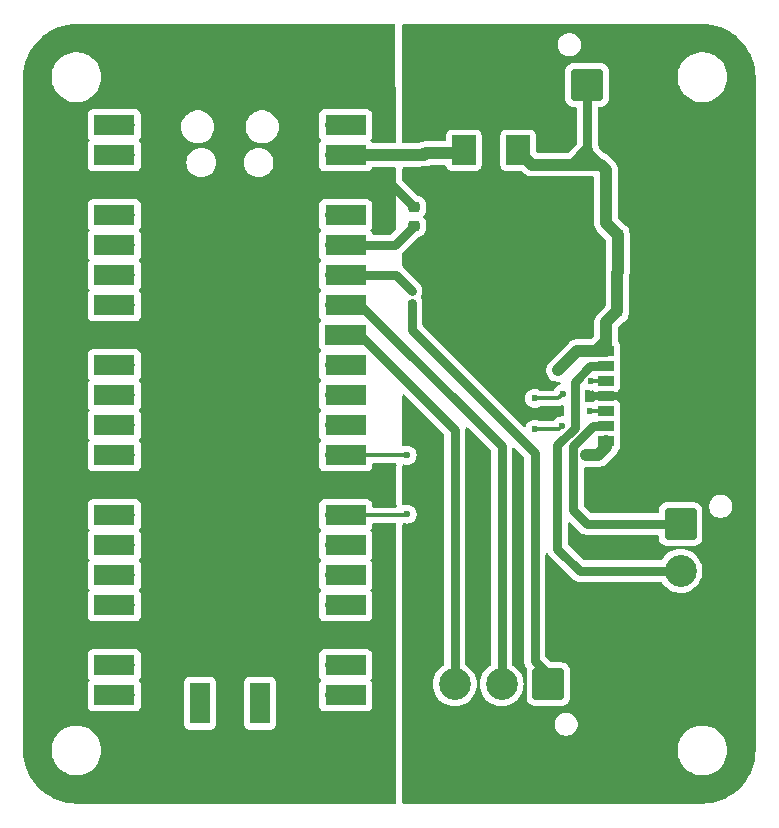
<source format=gbr>
%TF.GenerationSoftware,KiCad,Pcbnew,8.0.7*%
%TF.CreationDate,2025-03-03T11:15:17+09:00*%
%TF.ProjectId,dot_for1,646f745f-666f-4723-912e-6b696361645f,rev?*%
%TF.SameCoordinates,Original*%
%TF.FileFunction,Copper,L1,Top*%
%TF.FilePolarity,Positive*%
%FSLAX46Y46*%
G04 Gerber Fmt 4.6, Leading zero omitted, Abs format (unit mm)*
G04 Created by KiCad (PCBNEW 8.0.7) date 2025-03-03 11:15:17*
%MOMM*%
%LPD*%
G01*
G04 APERTURE LIST*
G04 Aperture macros list*
%AMRoundRect*
0 Rectangle with rounded corners*
0 $1 Rounding radius*
0 $2 $3 $4 $5 $6 $7 $8 $9 X,Y pos of 4 corners*
0 Add a 4 corners polygon primitive as box body*
4,1,4,$2,$3,$4,$5,$6,$7,$8,$9,$2,$3,0*
0 Add four circle primitives for the rounded corners*
1,1,$1+$1,$2,$3*
1,1,$1+$1,$4,$5*
1,1,$1+$1,$6,$7*
1,1,$1+$1,$8,$9*
0 Add four rect primitives between the rounded corners*
20,1,$1+$1,$2,$3,$4,$5,0*
20,1,$1+$1,$4,$5,$6,$7,0*
20,1,$1+$1,$6,$7,$8,$9,0*
20,1,$1+$1,$8,$9,$2,$3,0*%
G04 Aperture macros list end*
%TA.AperFunction,SMDPad,CuDef*%
%ADD10RoundRect,0.135000X-0.185000X0.135000X-0.185000X-0.135000X0.185000X-0.135000X0.185000X0.135000X0*%
%TD*%
%TA.AperFunction,ComponentPad*%
%ADD11RoundRect,0.250001X-1.099999X-1.099999X1.099999X-1.099999X1.099999X1.099999X-1.099999X1.099999X0*%
%TD*%
%TA.AperFunction,ComponentPad*%
%ADD12C,2.700000*%
%TD*%
%TA.AperFunction,SMDPad,CuDef*%
%ADD13R,2.000000X2.500000*%
%TD*%
%TA.AperFunction,SMDPad,CuDef*%
%ADD14R,6.000000X6.000000*%
%TD*%
%TA.AperFunction,SMDPad,CuDef*%
%ADD15RoundRect,0.225000X-0.225000X-0.250000X0.225000X-0.250000X0.225000X0.250000X-0.225000X0.250000X0*%
%TD*%
%TA.AperFunction,SMDPad,CuDef*%
%ADD16R,1.370000X0.930000*%
%TD*%
%TA.AperFunction,SMDPad,CuDef*%
%ADD17R,9.000000X10.000000*%
%TD*%
%TA.AperFunction,SMDPad,CuDef*%
%ADD18RoundRect,0.225000X-0.250000X0.225000X-0.250000X-0.225000X0.250000X-0.225000X0.250000X0.225000X0*%
%TD*%
%TA.AperFunction,ComponentPad*%
%ADD19RoundRect,0.250001X-1.099999X1.099999X-1.099999X-1.099999X1.099999X-1.099999X1.099999X1.099999X0*%
%TD*%
%TA.AperFunction,ComponentPad*%
%ADD20RoundRect,0.250001X1.099999X1.099999X-1.099999X1.099999X-1.099999X-1.099999X1.099999X-1.099999X0*%
%TD*%
%TA.AperFunction,SMDPad,CuDef*%
%ADD21RoundRect,0.135000X-0.135000X-0.185000X0.135000X-0.185000X0.135000X0.185000X-0.135000X0.185000X0*%
%TD*%
%TA.AperFunction,ComponentPad*%
%ADD22O,1.700000X1.700000*%
%TD*%
%TA.AperFunction,SMDPad,CuDef*%
%ADD23R,3.500000X1.700000*%
%TD*%
%TA.AperFunction,ComponentPad*%
%ADD24R,1.700000X1.700000*%
%TD*%
%TA.AperFunction,SMDPad,CuDef*%
%ADD25R,1.700000X3.500000*%
%TD*%
%TA.AperFunction,ViaPad*%
%ADD26C,0.600000*%
%TD*%
%TA.AperFunction,ViaPad*%
%ADD27C,0.800000*%
%TD*%
%TA.AperFunction,Conductor*%
%ADD28C,0.800000*%
%TD*%
%TA.AperFunction,Conductor*%
%ADD29C,1.000000*%
%TD*%
%TA.AperFunction,Conductor*%
%ADD30C,0.300000*%
%TD*%
G04 APERTURE END LIST*
D10*
%TO.P,R2,1*%
%TO.N,+3.3VADC*%
X100200000Y-54890000D03*
%TO.P,R2,2*%
%TO.N,Net-(R2-Pad2)*%
X100200000Y-55910000D03*
%TD*%
D11*
%TO.P,IN1,1,Pin_1*%
%TO.N,VDD*%
X115042500Y-37450000D03*
D12*
%TO.P,IN1,2,Pin_2*%
%TO.N,GNDPWR*%
X119002500Y-37450000D03*
%TD*%
D13*
%TO.P,IC1,1,VIN*%
%TO.N,VDD*%
X109200000Y-43000000D03*
D14*
%TO.P,IC1,2,GND*%
%TO.N,GNDPWR*%
X106900000Y-49250000D03*
D13*
%TO.P,IC1,3,VOUT*%
%TO.N,+5V*%
X104600000Y-43000000D03*
%TD*%
D15*
%TO.P,C1,1*%
%TO.N,VDD*%
X117665000Y-50200000D03*
%TO.P,C1,2*%
%TO.N,GNDPWR*%
X119215000Y-50200000D03*
%TD*%
D16*
%TO.P,IC2,1,VREF*%
%TO.N,VDD*%
X116647000Y-59990000D03*
%TO.P,IC2,2,OUT1*%
%TO.N,out1*%
X116647000Y-61260000D03*
%TO.P,IC2,3,FIN*%
%TO.N,FIN*%
X116647000Y-62530000D03*
%TO.P,IC2,4,GND_1*%
%TO.N,GNDPWR*%
X116647000Y-63800000D03*
%TO.P,IC2,5,RIN*%
%TO.N,RIN*%
X116647000Y-65070000D03*
%TO.P,IC2,6,OUT2*%
%TO.N,out2*%
X116647000Y-66340000D03*
%TO.P,IC2,7,VCC*%
%TO.N,VDD*%
X116647000Y-67610000D03*
D17*
%TO.P,IC2,8,GND_2*%
%TO.N,GNDPWR*%
X122772000Y-63800000D03*
%TD*%
D18*
%TO.P,C4,1*%
%TO.N,GND*%
X100400000Y-47825000D03*
%TO.P,C4,2*%
%TO.N,+3.3V*%
X100400000Y-49375000D03*
%TD*%
%TO.P,C3,1*%
%TO.N,+5V*%
X101400000Y-43225000D03*
%TO.P,C3,2*%
%TO.N,GNDPWR*%
X101400000Y-44775000D03*
%TD*%
D19*
%TO.P,OUT1,1,Pin_1*%
%TO.N,out2*%
X122950000Y-74642500D03*
D12*
%TO.P,OUT1,2,Pin_2*%
%TO.N,out1*%
X122950000Y-78602500D03*
%TD*%
D20*
%TO.P,RV1,1,1*%
%TO.N,Net-(R2-Pad2)*%
X111760000Y-88200000D03*
D12*
%TO.P,RV1,2,2*%
%TO.N,Net-(U1-GPIO28_ADC2)*%
X107800000Y-88200000D03*
%TO.P,RV1,3,3*%
%TO.N,GNDA*%
X103840000Y-88200000D03*
%TD*%
D15*
%TO.P,C6,1*%
%TO.N,VDD*%
X117597000Y-55000000D03*
%TO.P,C6,2*%
%TO.N,GNDPWR*%
X119147000Y-55000000D03*
%TD*%
D21*
%TO.P,R1,1*%
%TO.N,GND*%
X98600000Y-90600000D03*
%TO.P,R1,2*%
%TO.N,GNDPWR*%
X99620000Y-90600000D03*
%TD*%
D18*
%TO.P,C2,1*%
%TO.N,VDD*%
X112200000Y-44200000D03*
%TO.P,C2,2*%
%TO.N,GNDPWR*%
X112200000Y-45750000D03*
%TD*%
D22*
%TO.P,U1,1,GPIO0*%
%TO.N,unconnected-(U1-GPIO0-Pad1)*%
X75910000Y-40870000D03*
D23*
%TO.N,unconnected-(U1-GPIO0-Pad1)_1*%
X75010000Y-40870000D03*
D22*
%TO.P,U1,2,GPIO1*%
%TO.N,unconnected-(U1-GPIO1-Pad2)_1*%
X75910000Y-43410000D03*
D23*
%TO.N,unconnected-(U1-GPIO1-Pad2)*%
X75010000Y-43410000D03*
D24*
%TO.P,U1,3,GND*%
%TO.N,GND*%
X75910000Y-45950000D03*
D23*
X75010000Y-45950000D03*
D22*
%TO.P,U1,4,GPIO2*%
%TO.N,unconnected-(U1-GPIO2-Pad4)_1*%
X75910000Y-48490000D03*
D23*
%TO.N,unconnected-(U1-GPIO2-Pad4)*%
X75010000Y-48490000D03*
D22*
%TO.P,U1,5,GPIO3*%
%TO.N,unconnected-(U1-GPIO3-Pad5)_1*%
X75910000Y-51030000D03*
D23*
%TO.N,unconnected-(U1-GPIO3-Pad5)*%
X75010000Y-51030000D03*
D22*
%TO.P,U1,6,GPIO4*%
%TO.N,unconnected-(U1-GPIO4-Pad6)_1*%
X75910000Y-53570000D03*
D23*
%TO.N,unconnected-(U1-GPIO4-Pad6)*%
X75010000Y-53570000D03*
D22*
%TO.P,U1,7,GPIO5*%
%TO.N,unconnected-(U1-GPIO5-Pad7)_1*%
X75910000Y-56110000D03*
D23*
%TO.N,unconnected-(U1-GPIO5-Pad7)*%
X75010000Y-56110000D03*
D24*
%TO.P,U1,8,GND*%
%TO.N,GND*%
X75910000Y-58650000D03*
D23*
X75010000Y-58650000D03*
D22*
%TO.P,U1,9,GPIO6*%
%TO.N,unconnected-(U1-GPIO6-Pad9)_1*%
X75910000Y-61190000D03*
D23*
%TO.N,unconnected-(U1-GPIO6-Pad9)*%
X75010000Y-61190000D03*
D22*
%TO.P,U1,10,GPIO7*%
%TO.N,unconnected-(U1-GPIO7-Pad10)*%
X75910000Y-63730000D03*
D23*
%TO.N,unconnected-(U1-GPIO7-Pad10)_1*%
X75010000Y-63730000D03*
D22*
%TO.P,U1,11,GPIO8*%
%TO.N,unconnected-(U1-GPIO8-Pad11)*%
X75910000Y-66270000D03*
D23*
%TO.N,unconnected-(U1-GPIO8-Pad11)_1*%
X75010000Y-66270000D03*
D22*
%TO.P,U1,12,GPIO9*%
%TO.N,unconnected-(U1-GPIO9-Pad12)_1*%
X75910000Y-68810000D03*
D23*
%TO.N,unconnected-(U1-GPIO9-Pad12)*%
X75010000Y-68810000D03*
D24*
%TO.P,U1,13,GND*%
%TO.N,GND*%
X75910000Y-71350000D03*
D23*
X75010000Y-71350000D03*
D22*
%TO.P,U1,14,GPIO10*%
%TO.N,unconnected-(U1-GPIO10-Pad14)_1*%
X75910000Y-73890000D03*
D23*
%TO.N,unconnected-(U1-GPIO10-Pad14)*%
X75010000Y-73890000D03*
D22*
%TO.P,U1,15,GPIO11*%
%TO.N,unconnected-(U1-GPIO11-Pad15)*%
X75910000Y-76430000D03*
D23*
%TO.N,unconnected-(U1-GPIO11-Pad15)_1*%
X75010000Y-76430000D03*
D22*
%TO.P,U1,16,GPIO12*%
%TO.N,unconnected-(U1-GPIO12-Pad16)_1*%
X75910000Y-78970000D03*
D23*
%TO.N,unconnected-(U1-GPIO12-Pad16)*%
X75010000Y-78970000D03*
D22*
%TO.P,U1,17,GPIO13*%
%TO.N,unconnected-(U1-GPIO13-Pad17)*%
X75910000Y-81510000D03*
D23*
%TO.N,unconnected-(U1-GPIO13-Pad17)_1*%
X75010000Y-81510000D03*
D24*
%TO.P,U1,18,GND*%
%TO.N,GND*%
X75910000Y-84050000D03*
D23*
X75010000Y-84050000D03*
D22*
%TO.P,U1,19,GPIO14*%
%TO.N,unconnected-(U1-GPIO14-Pad19)*%
X75910000Y-86590000D03*
D23*
%TO.N,unconnected-(U1-GPIO14-Pad19)_1*%
X75010000Y-86590000D03*
D22*
%TO.P,U1,20,GPIO15*%
%TO.N,unconnected-(U1-GPIO15-Pad20)_1*%
X75910000Y-89130000D03*
D23*
%TO.N,unconnected-(U1-GPIO15-Pad20)*%
X75010000Y-89130000D03*
D22*
%TO.P,U1,21,GPIO16*%
%TO.N,unconnected-(U1-GPIO16-Pad21)_1*%
X93690000Y-89130000D03*
D23*
%TO.N,unconnected-(U1-GPIO16-Pad21)*%
X94590000Y-89130000D03*
D22*
%TO.P,U1,22,GPIO17*%
%TO.N,unconnected-(U1-GPIO17-Pad22)*%
X93690000Y-86590000D03*
D23*
%TO.N,unconnected-(U1-GPIO17-Pad22)_1*%
X94590000Y-86590000D03*
D24*
%TO.P,U1,23,GND*%
%TO.N,GND*%
X93690000Y-84050000D03*
D23*
X94590000Y-84050000D03*
D22*
%TO.P,U1,24,GPIO18*%
%TO.N,unconnected-(U1-GPIO18-Pad24)_1*%
X93690000Y-81510000D03*
D23*
%TO.N,unconnected-(U1-GPIO18-Pad24)*%
X94590000Y-81510000D03*
D22*
%TO.P,U1,25,GPIO19*%
%TO.N,unconnected-(U1-GPIO19-Pad25)*%
X93690000Y-78970000D03*
D23*
%TO.N,unconnected-(U1-GPIO19-Pad25)_1*%
X94590000Y-78970000D03*
D22*
%TO.P,U1,26,GPIO20*%
%TO.N,unconnected-(U1-GPIO20-Pad26)_1*%
X93690000Y-76430000D03*
D23*
%TO.N,unconnected-(U1-GPIO20-Pad26)*%
X94590000Y-76430000D03*
D22*
%TO.P,U1,27,GPIO21*%
%TO.N,RIN*%
X93690000Y-73890000D03*
D23*
X94590000Y-73890000D03*
D24*
%TO.P,U1,28,GND*%
%TO.N,GND*%
X93690000Y-71350000D03*
D23*
X94590000Y-71350000D03*
D22*
%TO.P,U1,29,GPIO22*%
%TO.N,FIN*%
X93690000Y-68810000D03*
D23*
X94590000Y-68810000D03*
D22*
%TO.P,U1,30,RUN*%
%TO.N,unconnected-(U1-RUN-Pad30)_1*%
X93690000Y-66270000D03*
D23*
%TO.N,unconnected-(U1-RUN-Pad30)*%
X94590000Y-66270000D03*
D22*
%TO.P,U1,31,GPIO26_ADC0*%
%TO.N,unconnected-(U1-GPIO26_ADC0-Pad31)*%
X93690000Y-63730000D03*
D23*
%TO.N,unconnected-(U1-GPIO26_ADC0-Pad31)_1*%
X94590000Y-63730000D03*
D22*
%TO.P,U1,32,GPIO27_ADC1*%
%TO.N,unconnected-(U1-GPIO27_ADC1-Pad32)_1*%
X93690000Y-61190000D03*
D23*
%TO.N,unconnected-(U1-GPIO27_ADC1-Pad32)*%
X94590000Y-61190000D03*
D24*
%TO.P,U1,33,AGND*%
%TO.N,GNDA*%
X93690000Y-58650000D03*
D23*
X94590000Y-58650000D03*
D22*
%TO.P,U1,34,GPIO28_ADC2*%
%TO.N,Net-(U1-GPIO28_ADC2)*%
X93690000Y-56110000D03*
D23*
X94590000Y-56110000D03*
D22*
%TO.P,U1,35,ADC_VREF*%
%TO.N,+3.3VADC*%
X93690000Y-53570000D03*
D23*
X94590000Y-53570000D03*
D22*
%TO.P,U1,36,3V3*%
%TO.N,+3.3V*%
X93690000Y-51030000D03*
D23*
X94590000Y-51030000D03*
D22*
%TO.P,U1,37,3V3_EN*%
%TO.N,unconnected-(U1-3V3_EN-Pad37)*%
X93690000Y-48490000D03*
D23*
%TO.N,unconnected-(U1-3V3_EN-Pad37)_1*%
X94590000Y-48490000D03*
D24*
%TO.P,U1,38,GND*%
%TO.N,GND*%
X93690000Y-45950000D03*
D23*
X94590000Y-45950000D03*
D22*
%TO.P,U1,39,VSYS*%
%TO.N,+5V*%
X93690000Y-43410000D03*
D23*
X94590000Y-43410000D03*
D22*
%TO.P,U1,40,VBUS*%
%TO.N,unconnected-(U1-VBUS-Pad40)_1*%
X93690000Y-40870000D03*
D23*
%TO.N,unconnected-(U1-VBUS-Pad40)*%
X94590000Y-40870000D03*
D22*
%TO.P,U1,41,SWCLK*%
%TO.N,unconnected-(U1-SWCLK-Pad41)_1*%
X82260000Y-88900000D03*
D25*
%TO.N,unconnected-(U1-SWCLK-Pad41)*%
X82260000Y-89800000D03*
D24*
%TO.P,U1,42,GND*%
%TO.N,GND*%
X84800000Y-88900000D03*
D25*
X84800000Y-89800000D03*
D22*
%TO.P,U1,43,SWDIO*%
%TO.N,unconnected-(U1-SWDIO-Pad43)_1*%
X87340000Y-88900000D03*
D25*
%TO.N,unconnected-(U1-SWDIO-Pad43)*%
X87340000Y-89800000D03*
%TD*%
D15*
%TO.P,C5,1*%
%TO.N,VDD*%
X117597000Y-56600000D03*
%TO.P,C5,2*%
%TO.N,GNDPWR*%
X119147000Y-56600000D03*
%TD*%
D26*
%TO.N,FIN*%
X110600000Y-64000000D03*
X99800000Y-68810000D03*
%TO.N,RIN*%
X110600000Y-66600000D03*
X99800000Y-73800000D03*
D27*
%TO.N,VDD*%
X112572000Y-61600000D03*
X114972000Y-68800000D03*
D26*
%TO.N,FIN*%
X112972000Y-63600000D03*
X115372000Y-62530000D03*
%TO.N,RIN*%
X115302000Y-65070000D03*
X112895996Y-66323996D03*
%TD*%
D28*
%TO.N,VDD*%
X115042500Y-43042500D02*
X116200000Y-44200000D01*
X115042500Y-43000000D02*
X115042500Y-43042500D01*
D29*
X113800000Y-44200000D02*
X113842500Y-44200000D01*
X113842500Y-44200000D02*
X115042500Y-43000000D01*
D28*
X115042500Y-37450000D02*
X115042500Y-43000000D01*
D29*
X113800000Y-44200000D02*
X112200000Y-44200000D01*
X114800000Y-44200000D02*
X113800000Y-44200000D01*
D28*
X115042500Y-43000000D02*
X115042500Y-43957500D01*
X115042500Y-43957500D02*
X114800000Y-44200000D01*
D29*
X116200000Y-44200000D02*
X114800000Y-44200000D01*
D30*
%TO.N,FIN*%
X112572000Y-64000000D02*
X112972000Y-63600000D01*
X110600000Y-64000000D02*
X112572000Y-64000000D01*
X99800000Y-68810000D02*
X93690000Y-68810000D01*
%TO.N,RIN*%
X112619992Y-66600000D02*
X112895996Y-66323996D01*
X110600000Y-66600000D02*
X112619992Y-66600000D01*
D28*
%TO.N,Net-(R2-Pad2)*%
X100200000Y-58200000D02*
X100200000Y-55910000D01*
X110600000Y-86200000D02*
X110600000Y-68600000D01*
X111529500Y-87129500D02*
X110600000Y-86200000D01*
X111760000Y-88200000D02*
X111529500Y-87969500D01*
X111529500Y-87969500D02*
X111529500Y-87129500D01*
X110600000Y-68600000D02*
X100200000Y-58200000D01*
D30*
%TO.N,RIN*%
X99710000Y-73890000D02*
X99800000Y-73800000D01*
X98770126Y-73890000D02*
X99710000Y-73890000D01*
D28*
%TO.N,Net-(U1-GPIO28_ADC2)*%
X95850000Y-56110000D02*
X93690000Y-56110000D01*
X107800000Y-68060000D02*
X95850000Y-56110000D01*
X107800000Y-88200000D02*
X107800000Y-68060000D01*
%TO.N,GNDA*%
X103840000Y-66640000D02*
X95850000Y-58650000D01*
X95850000Y-58650000D02*
X93690000Y-58650000D01*
X103840000Y-88200000D02*
X103840000Y-66640000D01*
D29*
%TO.N,GNDPWR*%
X106900000Y-49250000D02*
X108550000Y-49250000D01*
%TO.N,VDD*%
X114182000Y-59990000D02*
X112572000Y-61600000D01*
X115972000Y-68800000D02*
X114972000Y-68800000D01*
X116640000Y-44640000D02*
X116200000Y-44200000D01*
X117665000Y-50200000D02*
X116640000Y-49175000D01*
X112200000Y-44200000D02*
X110400000Y-44200000D01*
X110400000Y-44200000D02*
X109200000Y-43000000D01*
X116647000Y-59990000D02*
X116647000Y-59000000D01*
X116647000Y-59000000D02*
X116647000Y-59115000D01*
X116647000Y-59115000D02*
X115772000Y-59990000D01*
X116647000Y-57550000D02*
X117597000Y-56600000D01*
X115772000Y-59990000D02*
X114182000Y-59990000D01*
X116647000Y-59990000D02*
X115772000Y-59990000D01*
X116647000Y-67610000D02*
X116647000Y-68125000D01*
X117665000Y-53307000D02*
X117597000Y-53375000D01*
X117665000Y-50200000D02*
X117665000Y-53307000D01*
X117597000Y-55000000D02*
X117597000Y-56600000D01*
X117597000Y-53375000D02*
X117597000Y-55000000D01*
X116647000Y-68125000D02*
X115972000Y-68800000D01*
X116647000Y-59000000D02*
X116647000Y-57550000D01*
X116640000Y-49175000D02*
X116640000Y-44640000D01*
%TO.N,+5V*%
X101400000Y-43225000D02*
X104375000Y-43225000D01*
X104375000Y-43225000D02*
X104600000Y-43000000D01*
X93690000Y-43410000D02*
X101215000Y-43410000D01*
X101215000Y-43410000D02*
X101400000Y-43225000D01*
D28*
%TO.N,+3.3V*%
X98745000Y-51030000D02*
X100400000Y-49375000D01*
X93690000Y-51030000D02*
X98745000Y-51030000D01*
%TO.N,GND*%
X98525000Y-45950000D02*
X100400000Y-47825000D01*
X93690000Y-45950000D02*
X98525000Y-45950000D01*
%TO.N,out2*%
X115042500Y-74642500D02*
X114400000Y-74000000D01*
X113872000Y-68035000D02*
X113872000Y-73472000D01*
X113872000Y-73472000D02*
X114400000Y-74000000D01*
X116647000Y-66340000D02*
X115567000Y-66340000D01*
X115567000Y-66340000D02*
X113872000Y-68035000D01*
X122950000Y-74642500D02*
X115042500Y-74642500D01*
%TO.N,out1*%
X122950000Y-78602500D02*
X114402500Y-78602500D01*
X115312000Y-61260000D02*
X116647000Y-61260000D01*
X114402500Y-78602500D02*
X112529500Y-76729500D01*
X113972000Y-66520786D02*
X113972000Y-62600000D01*
X112529500Y-67963286D02*
X113972000Y-66520786D01*
X112529500Y-76729500D02*
X112529500Y-67963286D01*
X113972000Y-62600000D02*
X115312000Y-61260000D01*
D30*
%TO.N,FIN*%
X115372000Y-62530000D02*
X116647000Y-62530000D01*
%TO.N,RIN*%
X98770126Y-73890000D02*
X93690000Y-73890000D01*
X115302000Y-65070000D02*
X116647000Y-65070000D01*
D28*
%TO.N,+3.3VADC*%
X98880000Y-53570000D02*
X100200000Y-54890000D01*
X93690000Y-53570000D02*
X98880000Y-53570000D01*
%TD*%
%TA.AperFunction,Conductor*%
%TO.N,GND*%
G36*
X98745153Y-32320185D02*
G01*
X98790908Y-32372989D01*
X98802113Y-32424080D01*
X98803746Y-32906224D01*
X98835504Y-42285082D01*
X98816048Y-42352186D01*
X98763399Y-42398119D01*
X98711506Y-42409500D01*
X96904141Y-42409500D01*
X96837102Y-42389815D01*
X96791347Y-42337011D01*
X96787969Y-42328859D01*
X96783796Y-42317669D01*
X96706421Y-42214309D01*
X96682004Y-42148848D01*
X96696855Y-42080575D01*
X96706416Y-42065696D01*
X96783796Y-41962331D01*
X96834091Y-41827483D01*
X96840500Y-41767873D01*
X96840499Y-39972128D01*
X96834091Y-39912517D01*
X96800901Y-39823531D01*
X96783797Y-39777671D01*
X96783793Y-39777664D01*
X96697547Y-39662455D01*
X96697544Y-39662452D01*
X96582335Y-39576206D01*
X96582328Y-39576202D01*
X96447482Y-39525908D01*
X96447483Y-39525908D01*
X96387883Y-39519501D01*
X96387881Y-39519500D01*
X96387873Y-39519500D01*
X96387865Y-39519500D01*
X93754385Y-39519500D01*
X93743578Y-39519028D01*
X93690001Y-39514341D01*
X93689997Y-39514341D01*
X93636419Y-39519028D01*
X93625613Y-39519500D01*
X92792129Y-39519500D01*
X92792123Y-39519501D01*
X92732516Y-39525908D01*
X92597671Y-39576202D01*
X92597664Y-39576206D01*
X92482455Y-39662452D01*
X92482452Y-39662455D01*
X92396206Y-39777664D01*
X92396202Y-39777671D01*
X92345908Y-39912517D01*
X92340149Y-39966087D01*
X92339501Y-39972123D01*
X92339500Y-39972135D01*
X92339500Y-40805616D01*
X92339028Y-40816423D01*
X92334341Y-40869997D01*
X92334341Y-40870002D01*
X92339028Y-40923576D01*
X92339500Y-40934383D01*
X92339500Y-41767870D01*
X92339501Y-41767876D01*
X92345908Y-41827483D01*
X92396202Y-41962328D01*
X92396203Y-41962330D01*
X92473578Y-42065689D01*
X92497995Y-42131153D01*
X92483144Y-42199426D01*
X92473578Y-42214311D01*
X92396203Y-42317669D01*
X92396202Y-42317671D01*
X92345908Y-42452517D01*
X92339501Y-42512116D01*
X92339501Y-42512123D01*
X92339500Y-42512135D01*
X92339500Y-43345616D01*
X92339028Y-43356423D01*
X92334341Y-43409997D01*
X92334341Y-43410002D01*
X92339028Y-43463576D01*
X92339500Y-43474383D01*
X92339500Y-44307870D01*
X92339501Y-44307876D01*
X92345908Y-44367483D01*
X92396202Y-44502328D01*
X92396206Y-44502335D01*
X92482452Y-44617544D01*
X92482455Y-44617547D01*
X92597664Y-44703793D01*
X92597671Y-44703797D01*
X92732517Y-44754091D01*
X92732516Y-44754091D01*
X92739444Y-44754835D01*
X92792127Y-44760500D01*
X93625616Y-44760499D01*
X93636425Y-44760971D01*
X93690000Y-44765659D01*
X93743575Y-44760971D01*
X93754384Y-44760499D01*
X96387871Y-44760499D01*
X96387872Y-44760499D01*
X96447483Y-44754091D01*
X96582331Y-44703796D01*
X96697546Y-44617546D01*
X96783796Y-44502331D01*
X96787960Y-44491165D01*
X96829829Y-44435234D01*
X96895293Y-44410816D01*
X96904141Y-44410500D01*
X98719120Y-44410500D01*
X98786159Y-44430185D01*
X98831914Y-44482989D01*
X98843119Y-44534080D01*
X98860237Y-49589478D01*
X98840780Y-49656584D01*
X98823919Y-49677579D01*
X98408319Y-50093181D01*
X98346996Y-50126666D01*
X98320638Y-50129500D01*
X96941440Y-50129500D01*
X96874401Y-50109815D01*
X96828646Y-50057011D01*
X96825258Y-50048833D01*
X96783797Y-49937671D01*
X96783795Y-49937668D01*
X96762910Y-49909769D01*
X96706421Y-49834309D01*
X96682004Y-49768848D01*
X96696855Y-49700575D01*
X96706416Y-49685696D01*
X96783796Y-49582331D01*
X96834091Y-49447483D01*
X96840500Y-49387873D01*
X96840499Y-47592128D01*
X96834091Y-47532517D01*
X96824345Y-47506387D01*
X96783797Y-47397671D01*
X96783793Y-47397664D01*
X96697547Y-47282455D01*
X96697544Y-47282452D01*
X96582335Y-47196206D01*
X96582328Y-47196202D01*
X96447482Y-47145908D01*
X96447483Y-47145908D01*
X96387883Y-47139501D01*
X96387881Y-47139500D01*
X96387873Y-47139500D01*
X96387865Y-47139500D01*
X93754385Y-47139500D01*
X93743578Y-47139028D01*
X93690001Y-47134341D01*
X93689997Y-47134341D01*
X93636419Y-47139028D01*
X93625613Y-47139500D01*
X92792129Y-47139500D01*
X92792123Y-47139501D01*
X92732516Y-47145908D01*
X92597671Y-47196202D01*
X92597664Y-47196206D01*
X92482455Y-47282452D01*
X92482452Y-47282455D01*
X92396206Y-47397664D01*
X92396202Y-47397671D01*
X92345908Y-47532517D01*
X92339501Y-47592116D01*
X92339501Y-47592123D01*
X92339500Y-47592135D01*
X92339500Y-48425616D01*
X92339028Y-48436423D01*
X92334341Y-48489997D01*
X92334341Y-48490002D01*
X92339028Y-48543576D01*
X92339500Y-48554383D01*
X92339500Y-49387870D01*
X92339501Y-49387876D01*
X92345908Y-49447483D01*
X92396202Y-49582328D01*
X92396203Y-49582330D01*
X92473578Y-49685689D01*
X92497995Y-49751153D01*
X92483144Y-49819426D01*
X92473578Y-49834311D01*
X92396203Y-49937669D01*
X92396202Y-49937671D01*
X92345908Y-50072517D01*
X92340087Y-50126666D01*
X92339501Y-50132123D01*
X92339500Y-50132135D01*
X92339500Y-50965616D01*
X92339028Y-50976423D01*
X92334341Y-51029997D01*
X92334341Y-51030002D01*
X92339028Y-51083576D01*
X92339500Y-51094383D01*
X92339500Y-51927870D01*
X92339501Y-51927876D01*
X92345908Y-51987483D01*
X92396202Y-52122328D01*
X92396203Y-52122330D01*
X92473578Y-52225689D01*
X92497995Y-52291153D01*
X92483144Y-52359426D01*
X92473578Y-52374311D01*
X92396203Y-52477669D01*
X92396202Y-52477671D01*
X92345908Y-52612517D01*
X92341006Y-52658119D01*
X92339501Y-52672123D01*
X92339500Y-52672135D01*
X92339500Y-53505616D01*
X92339028Y-53516423D01*
X92334341Y-53569997D01*
X92334341Y-53570002D01*
X92339028Y-53623576D01*
X92339500Y-53634383D01*
X92339500Y-54467870D01*
X92339501Y-54467876D01*
X92345908Y-54527483D01*
X92396202Y-54662328D01*
X92396203Y-54662330D01*
X92473578Y-54765689D01*
X92497995Y-54831153D01*
X92483144Y-54899426D01*
X92473578Y-54914311D01*
X92396203Y-55017669D01*
X92396202Y-55017671D01*
X92345908Y-55152517D01*
X92339501Y-55212116D01*
X92339501Y-55212123D01*
X92339500Y-55212135D01*
X92339500Y-56045616D01*
X92339028Y-56056423D01*
X92334341Y-56109997D01*
X92334341Y-56110002D01*
X92339028Y-56163576D01*
X92339500Y-56174383D01*
X92339500Y-57007870D01*
X92339501Y-57007876D01*
X92345908Y-57067483D01*
X92396202Y-57202328D01*
X92396203Y-57202330D01*
X92473578Y-57305689D01*
X92497995Y-57371153D01*
X92483144Y-57439426D01*
X92473578Y-57454311D01*
X92396203Y-57557669D01*
X92396202Y-57557671D01*
X92345908Y-57692517D01*
X92339501Y-57752116D01*
X92339500Y-57752135D01*
X92339500Y-59547870D01*
X92339501Y-59547876D01*
X92345908Y-59607483D01*
X92396202Y-59742328D01*
X92396203Y-59742330D01*
X92396204Y-59742331D01*
X92468591Y-59839028D01*
X92473578Y-59845689D01*
X92497995Y-59911153D01*
X92483144Y-59979426D01*
X92473578Y-59994311D01*
X92396203Y-60097669D01*
X92396202Y-60097671D01*
X92345908Y-60232517D01*
X92339501Y-60292116D01*
X92339501Y-60292123D01*
X92339500Y-60292135D01*
X92339500Y-61125616D01*
X92339028Y-61136423D01*
X92334341Y-61189997D01*
X92334341Y-61190002D01*
X92339028Y-61243576D01*
X92339500Y-61254383D01*
X92339500Y-62087870D01*
X92339501Y-62087876D01*
X92345908Y-62147483D01*
X92396202Y-62282328D01*
X92396203Y-62282330D01*
X92473578Y-62385689D01*
X92497995Y-62451153D01*
X92483144Y-62519426D01*
X92473578Y-62534311D01*
X92396203Y-62637669D01*
X92396202Y-62637671D01*
X92345908Y-62772517D01*
X92339501Y-62832116D01*
X92339501Y-62832123D01*
X92339500Y-62832135D01*
X92339500Y-63665616D01*
X92339028Y-63676423D01*
X92334341Y-63729997D01*
X92334341Y-63730002D01*
X92339028Y-63783576D01*
X92339500Y-63794383D01*
X92339500Y-64627870D01*
X92339501Y-64627876D01*
X92345908Y-64687483D01*
X92396202Y-64822328D01*
X92396203Y-64822330D01*
X92473578Y-64925689D01*
X92497995Y-64991153D01*
X92483144Y-65059426D01*
X92473578Y-65074311D01*
X92396203Y-65177669D01*
X92396202Y-65177671D01*
X92345908Y-65312517D01*
X92339501Y-65372116D01*
X92339501Y-65372123D01*
X92339500Y-65372135D01*
X92339500Y-66205616D01*
X92339028Y-66216423D01*
X92334341Y-66269997D01*
X92334341Y-66270002D01*
X92339028Y-66323576D01*
X92339500Y-66334383D01*
X92339500Y-67167870D01*
X92339501Y-67167876D01*
X92345908Y-67227483D01*
X92396202Y-67362328D01*
X92396203Y-67362330D01*
X92473578Y-67465689D01*
X92497995Y-67531153D01*
X92483144Y-67599426D01*
X92473578Y-67614311D01*
X92396203Y-67717669D01*
X92396202Y-67717671D01*
X92345908Y-67852517D01*
X92339501Y-67912116D01*
X92339501Y-67912123D01*
X92339500Y-67912135D01*
X92339500Y-68745616D01*
X92339028Y-68756423D01*
X92334341Y-68809997D01*
X92334341Y-68810002D01*
X92339028Y-68863576D01*
X92339500Y-68874383D01*
X92339500Y-69707870D01*
X92339501Y-69707876D01*
X92345908Y-69767483D01*
X92396202Y-69902328D01*
X92396206Y-69902335D01*
X92482452Y-70017544D01*
X92482455Y-70017547D01*
X92597664Y-70103793D01*
X92597671Y-70103797D01*
X92732517Y-70154091D01*
X92732516Y-70154091D01*
X92739444Y-70154835D01*
X92792127Y-70160500D01*
X93625616Y-70160499D01*
X93636425Y-70160971D01*
X93690000Y-70165659D01*
X93743575Y-70160971D01*
X93754384Y-70160499D01*
X96387871Y-70160499D01*
X96387872Y-70160499D01*
X96447483Y-70154091D01*
X96582331Y-70103796D01*
X96697546Y-70017546D01*
X96783796Y-69902331D01*
X96834091Y-69767483D01*
X96840500Y-69707873D01*
X96840500Y-69584500D01*
X96860185Y-69517461D01*
X96912989Y-69471706D01*
X96964500Y-69460500D01*
X98784808Y-69460500D01*
X98851847Y-69480185D01*
X98897602Y-69532989D01*
X98907546Y-69602146D01*
X98894500Y-69692887D01*
X98894500Y-72917111D01*
X98895247Y-72932516D01*
X98896871Y-72966026D01*
X98899190Y-72989877D01*
X98899191Y-72989888D01*
X98899192Y-72989892D01*
X98906284Y-73038345D01*
X98909536Y-73047638D01*
X98918952Y-73074548D01*
X98922512Y-73144327D01*
X98887781Y-73204954D01*
X98825787Y-73237179D01*
X98801909Y-73239500D01*
X96964499Y-73239500D01*
X96897460Y-73219815D01*
X96851705Y-73167011D01*
X96840499Y-73115500D01*
X96840499Y-72992129D01*
X96840498Y-72992123D01*
X96840497Y-72992116D01*
X96834091Y-72932517D01*
X96829375Y-72919874D01*
X96783797Y-72797671D01*
X96783793Y-72797664D01*
X96697547Y-72682455D01*
X96697544Y-72682452D01*
X96582335Y-72596206D01*
X96582328Y-72596202D01*
X96447482Y-72545908D01*
X96447483Y-72545908D01*
X96387883Y-72539501D01*
X96387881Y-72539500D01*
X96387873Y-72539500D01*
X96387865Y-72539500D01*
X93754385Y-72539500D01*
X93743578Y-72539028D01*
X93690001Y-72534341D01*
X93689997Y-72534341D01*
X93636419Y-72539028D01*
X93625613Y-72539500D01*
X92792129Y-72539500D01*
X92792123Y-72539501D01*
X92732516Y-72545908D01*
X92597671Y-72596202D01*
X92597664Y-72596206D01*
X92482455Y-72682452D01*
X92482452Y-72682455D01*
X92396206Y-72797664D01*
X92396202Y-72797671D01*
X92345908Y-72932517D01*
X92342306Y-72966026D01*
X92339501Y-72992123D01*
X92339500Y-72992135D01*
X92339500Y-73825616D01*
X92339028Y-73836423D01*
X92334341Y-73889997D01*
X92334341Y-73890002D01*
X92339028Y-73943576D01*
X92339500Y-73954383D01*
X92339500Y-74787870D01*
X92339501Y-74787876D01*
X92345908Y-74847483D01*
X92396202Y-74982328D01*
X92396203Y-74982330D01*
X92473578Y-75085689D01*
X92497995Y-75151153D01*
X92483144Y-75219426D01*
X92473578Y-75234311D01*
X92396203Y-75337669D01*
X92396202Y-75337671D01*
X92345908Y-75472517D01*
X92342090Y-75508033D01*
X92339501Y-75532123D01*
X92339500Y-75532135D01*
X92339500Y-76365616D01*
X92339028Y-76376423D01*
X92334341Y-76429997D01*
X92334341Y-76430002D01*
X92339028Y-76483576D01*
X92339500Y-76494383D01*
X92339500Y-77327870D01*
X92339501Y-77327876D01*
X92345908Y-77387483D01*
X92396202Y-77522328D01*
X92396203Y-77522330D01*
X92473578Y-77625689D01*
X92497995Y-77691153D01*
X92483144Y-77759426D01*
X92473578Y-77774311D01*
X92396203Y-77877669D01*
X92396202Y-77877671D01*
X92345908Y-78012517D01*
X92340880Y-78059288D01*
X92339501Y-78072123D01*
X92339500Y-78072135D01*
X92339500Y-78905616D01*
X92339028Y-78916423D01*
X92334341Y-78969997D01*
X92334341Y-78970002D01*
X92339028Y-79023576D01*
X92339500Y-79034383D01*
X92339500Y-79867870D01*
X92339501Y-79867876D01*
X92345908Y-79927483D01*
X92396202Y-80062328D01*
X92396203Y-80062330D01*
X92473578Y-80165689D01*
X92497995Y-80231153D01*
X92483144Y-80299426D01*
X92473578Y-80314311D01*
X92396203Y-80417669D01*
X92396202Y-80417671D01*
X92345908Y-80552517D01*
X92339501Y-80612116D01*
X92339501Y-80612123D01*
X92339500Y-80612135D01*
X92339500Y-81445616D01*
X92339028Y-81456423D01*
X92334341Y-81509997D01*
X92334341Y-81510002D01*
X92339028Y-81563576D01*
X92339500Y-81574383D01*
X92339500Y-82407870D01*
X92339501Y-82407876D01*
X92345908Y-82467483D01*
X92396202Y-82602328D01*
X92396206Y-82602335D01*
X92482452Y-82717544D01*
X92482455Y-82717547D01*
X92597664Y-82803793D01*
X92597671Y-82803797D01*
X92732517Y-82854091D01*
X92732516Y-82854091D01*
X92739444Y-82854835D01*
X92792127Y-82860500D01*
X93625616Y-82860499D01*
X93636425Y-82860971D01*
X93690000Y-82865659D01*
X93743575Y-82860971D01*
X93754384Y-82860499D01*
X96387871Y-82860499D01*
X96387872Y-82860499D01*
X96447483Y-82854091D01*
X96582331Y-82803796D01*
X96697546Y-82717546D01*
X96783796Y-82602331D01*
X96834091Y-82467483D01*
X96840500Y-82407873D01*
X96840499Y-80612128D01*
X96834091Y-80552517D01*
X96783796Y-80417669D01*
X96706421Y-80314309D01*
X96682004Y-80248848D01*
X96696855Y-80180575D01*
X96706416Y-80165696D01*
X96783796Y-80062331D01*
X96834091Y-79927483D01*
X96840500Y-79867873D01*
X96840499Y-78072128D01*
X96834091Y-78012517D01*
X96827512Y-77994879D01*
X96783797Y-77877671D01*
X96783795Y-77877668D01*
X96706421Y-77774309D01*
X96682004Y-77708848D01*
X96696855Y-77640575D01*
X96706416Y-77625696D01*
X96783796Y-77522331D01*
X96834091Y-77387483D01*
X96840500Y-77327873D01*
X96840499Y-75532128D01*
X96834091Y-75472517D01*
X96783796Y-75337669D01*
X96706421Y-75234309D01*
X96682004Y-75168848D01*
X96696855Y-75100575D01*
X96706416Y-75085696D01*
X96783796Y-74982331D01*
X96834091Y-74847483D01*
X96840500Y-74787873D01*
X96840500Y-74664500D01*
X96860185Y-74597461D01*
X96912989Y-74551706D01*
X96964500Y-74540500D01*
X98706057Y-74540500D01*
X98771869Y-74540500D01*
X98838908Y-74560185D01*
X98884663Y-74612989D01*
X98894071Y-74678419D01*
X98894816Y-74678473D01*
X98894571Y-74681896D01*
X98894606Y-74682144D01*
X98894500Y-74682887D01*
X98894500Y-74682890D01*
X98894500Y-90152015D01*
X98889576Y-90186610D01*
X98852336Y-90314789D01*
X98852334Y-90314802D01*
X98849500Y-90350811D01*
X98849500Y-90849169D01*
X98849501Y-90849191D01*
X98852335Y-90885205D01*
X98889576Y-91013388D01*
X98894500Y-91047983D01*
X98894500Y-98175500D01*
X98874815Y-98242539D01*
X98822011Y-98288294D01*
X98770500Y-98299500D01*
X71802706Y-98299500D01*
X71797297Y-98299382D01*
X71413249Y-98282614D01*
X71402473Y-98281671D01*
X71024042Y-98231849D01*
X71013389Y-98229971D01*
X70640727Y-98147354D01*
X70630278Y-98144554D01*
X70266244Y-98029775D01*
X70256078Y-98026075D01*
X69903427Y-97880002D01*
X69893623Y-97875430D01*
X69555057Y-97699183D01*
X69545689Y-97693775D01*
X69223755Y-97488681D01*
X69214894Y-97482476D01*
X68912069Y-97250110D01*
X68903782Y-97243156D01*
X68622364Y-96985284D01*
X68614715Y-96977635D01*
X68356843Y-96696217D01*
X68349889Y-96687930D01*
X68117523Y-96385105D01*
X68111318Y-96376244D01*
X67906224Y-96054310D01*
X67900816Y-96044942D01*
X67773924Y-95801185D01*
X67724566Y-95706369D01*
X67719997Y-95696572D01*
X67573920Y-95343911D01*
X67570224Y-95333755D01*
X67561605Y-95306418D01*
X67455442Y-94969710D01*
X67452648Y-94959284D01*
X67370025Y-94586597D01*
X67368152Y-94575971D01*
X67318326Y-94197506D01*
X67317386Y-94186771D01*
X67300618Y-93802702D01*
X67300559Y-93800000D01*
X69694592Y-93800000D01*
X69714201Y-94086680D01*
X69772666Y-94368034D01*
X69772667Y-94368037D01*
X69868894Y-94638793D01*
X69868893Y-94638793D01*
X70001098Y-94893935D01*
X70166812Y-95128700D01*
X70251602Y-95219487D01*
X70362947Y-95338708D01*
X70543700Y-95485761D01*
X70585853Y-95520055D01*
X70831382Y-95669365D01*
X71018237Y-95750526D01*
X71094942Y-95783844D01*
X71371642Y-95861371D01*
X71621920Y-95895771D01*
X71656321Y-95900500D01*
X71656322Y-95900500D01*
X71943679Y-95900500D01*
X71974370Y-95896281D01*
X72228358Y-95861371D01*
X72505058Y-95783844D01*
X72683408Y-95706376D01*
X72768617Y-95669365D01*
X72768620Y-95669363D01*
X72768625Y-95669361D01*
X73014147Y-95520055D01*
X73237053Y-95338708D01*
X73433189Y-95128698D01*
X73598901Y-94893936D01*
X73731104Y-94638797D01*
X73827334Y-94368032D01*
X73885798Y-94086686D01*
X73905408Y-93800000D01*
X73885798Y-93513314D01*
X73827334Y-93231968D01*
X73731105Y-92961206D01*
X73731106Y-92961206D01*
X73598901Y-92706064D01*
X73433187Y-92471299D01*
X73348392Y-92380507D01*
X73237053Y-92261292D01*
X73014147Y-92079945D01*
X73014146Y-92079944D01*
X72768617Y-91930634D01*
X72505063Y-91816158D01*
X72505061Y-91816157D01*
X72505058Y-91816156D01*
X72375578Y-91779877D01*
X72228364Y-91738630D01*
X72228359Y-91738629D01*
X72228358Y-91738629D01*
X72086018Y-91719064D01*
X71943679Y-91699500D01*
X71943678Y-91699500D01*
X71656322Y-91699500D01*
X71656321Y-91699500D01*
X71371642Y-91738629D01*
X71371635Y-91738630D01*
X71179986Y-91792328D01*
X71094942Y-91816156D01*
X71094939Y-91816156D01*
X71094936Y-91816158D01*
X71094935Y-91816158D01*
X70831382Y-91930634D01*
X70585853Y-92079944D01*
X70362950Y-92261289D01*
X70166812Y-92471299D01*
X70001098Y-92706064D01*
X69868894Y-92961206D01*
X69772667Y-93231962D01*
X69772666Y-93231965D01*
X69714201Y-93513319D01*
X69694592Y-93800000D01*
X67300559Y-93800000D01*
X67300500Y-93797293D01*
X67300500Y-85692135D01*
X72759500Y-85692135D01*
X72759500Y-87487870D01*
X72759501Y-87487876D01*
X72765908Y-87547483D01*
X72816202Y-87682328D01*
X72816203Y-87682330D01*
X72893578Y-87785689D01*
X72917995Y-87851153D01*
X72903144Y-87919426D01*
X72893578Y-87934311D01*
X72816203Y-88037669D01*
X72816202Y-88037671D01*
X72765908Y-88172517D01*
X72762954Y-88199998D01*
X72759501Y-88232123D01*
X72759500Y-88232135D01*
X72759500Y-90027870D01*
X72759501Y-90027876D01*
X72765908Y-90087483D01*
X72816202Y-90222328D01*
X72816206Y-90222335D01*
X72902452Y-90337544D01*
X72902455Y-90337547D01*
X73017664Y-90423793D01*
X73017671Y-90423797D01*
X73152517Y-90474091D01*
X73152516Y-90474091D01*
X73159444Y-90474835D01*
X73212127Y-90480500D01*
X75845611Y-90480499D01*
X75856419Y-90480971D01*
X75909999Y-90485659D01*
X75910000Y-90485659D01*
X75910001Y-90485659D01*
X75963580Y-90480971D01*
X75974388Y-90480499D01*
X76807871Y-90480499D01*
X76807872Y-90480499D01*
X76867483Y-90474091D01*
X77002331Y-90423796D01*
X77117546Y-90337546D01*
X77203796Y-90222331D01*
X77254091Y-90087483D01*
X77260500Y-90027873D01*
X77260499Y-89194383D01*
X77260971Y-89183576D01*
X77265659Y-89130000D01*
X77265659Y-89129999D01*
X77260971Y-89076421D01*
X77260499Y-89065613D01*
X77260499Y-88899997D01*
X80904341Y-88899997D01*
X80904341Y-88900001D01*
X80909028Y-88953574D01*
X80909500Y-88964381D01*
X80909500Y-91597870D01*
X80909501Y-91597876D01*
X80915908Y-91657483D01*
X80966202Y-91792328D01*
X80966206Y-91792335D01*
X81052452Y-91907544D01*
X81052455Y-91907547D01*
X81167664Y-91993793D01*
X81167671Y-91993797D01*
X81302517Y-92044091D01*
X81302516Y-92044091D01*
X81309444Y-92044835D01*
X81362127Y-92050500D01*
X83157872Y-92050499D01*
X83217483Y-92044091D01*
X83352331Y-91993796D01*
X83467546Y-91907546D01*
X83553796Y-91792331D01*
X83604091Y-91657483D01*
X83610500Y-91597873D01*
X83610499Y-88964381D01*
X83610971Y-88953578D01*
X83615659Y-88900000D01*
X83615659Y-88899999D01*
X83615659Y-88899997D01*
X85984341Y-88899997D01*
X85984341Y-88900001D01*
X85989028Y-88953574D01*
X85989500Y-88964381D01*
X85989500Y-91597870D01*
X85989501Y-91597876D01*
X85995908Y-91657483D01*
X86046202Y-91792328D01*
X86046206Y-91792335D01*
X86132452Y-91907544D01*
X86132455Y-91907547D01*
X86247664Y-91993793D01*
X86247671Y-91993797D01*
X86382517Y-92044091D01*
X86382516Y-92044091D01*
X86389444Y-92044835D01*
X86442127Y-92050500D01*
X88237872Y-92050499D01*
X88297483Y-92044091D01*
X88432331Y-91993796D01*
X88547546Y-91907546D01*
X88633796Y-91792331D01*
X88684091Y-91657483D01*
X88690500Y-91597873D01*
X88690499Y-88964381D01*
X88690971Y-88953578D01*
X88695659Y-88900000D01*
X88695659Y-88899999D01*
X88690971Y-88846418D01*
X88690499Y-88835610D01*
X88690499Y-88002129D01*
X88690498Y-88002123D01*
X88690497Y-88002116D01*
X88684091Y-87942517D01*
X88681030Y-87934311D01*
X88633797Y-87807671D01*
X88633793Y-87807664D01*
X88547547Y-87692455D01*
X88547544Y-87692452D01*
X88432335Y-87606206D01*
X88432328Y-87606202D01*
X88297482Y-87555908D01*
X88297483Y-87555908D01*
X88237883Y-87549501D01*
X88237881Y-87549500D01*
X88237873Y-87549500D01*
X88237865Y-87549500D01*
X87404383Y-87549500D01*
X87393576Y-87549028D01*
X87340002Y-87544341D01*
X87339999Y-87544341D01*
X87304865Y-87547414D01*
X87286421Y-87549028D01*
X87275616Y-87549500D01*
X86442129Y-87549500D01*
X86442123Y-87549501D01*
X86382516Y-87555908D01*
X86247671Y-87606202D01*
X86247664Y-87606206D01*
X86132455Y-87692452D01*
X86132452Y-87692455D01*
X86046206Y-87807664D01*
X86046202Y-87807671D01*
X85995908Y-87942517D01*
X85989501Y-88002116D01*
X85989501Y-88002123D01*
X85989500Y-88002135D01*
X85989500Y-88835618D01*
X85989028Y-88846425D01*
X85984341Y-88899997D01*
X83615659Y-88899997D01*
X83610971Y-88846418D01*
X83610499Y-88835610D01*
X83610499Y-88002129D01*
X83610498Y-88002123D01*
X83610497Y-88002116D01*
X83604091Y-87942517D01*
X83601030Y-87934311D01*
X83553797Y-87807671D01*
X83553793Y-87807664D01*
X83467547Y-87692455D01*
X83467544Y-87692452D01*
X83352335Y-87606206D01*
X83352328Y-87606202D01*
X83217482Y-87555908D01*
X83217483Y-87555908D01*
X83157883Y-87549501D01*
X83157881Y-87549500D01*
X83157873Y-87549500D01*
X83157865Y-87549500D01*
X82324383Y-87549500D01*
X82313576Y-87549028D01*
X82260002Y-87544341D01*
X82259999Y-87544341D01*
X82224865Y-87547414D01*
X82206421Y-87549028D01*
X82195616Y-87549500D01*
X81362129Y-87549500D01*
X81362123Y-87549501D01*
X81302516Y-87555908D01*
X81167671Y-87606202D01*
X81167664Y-87606206D01*
X81052455Y-87692452D01*
X81052452Y-87692455D01*
X80966206Y-87807664D01*
X80966202Y-87807671D01*
X80915908Y-87942517D01*
X80909501Y-88002116D01*
X80909501Y-88002123D01*
X80909500Y-88002135D01*
X80909500Y-88835618D01*
X80909028Y-88846425D01*
X80904341Y-88899997D01*
X77260499Y-88899997D01*
X77260499Y-88232129D01*
X77260498Y-88232123D01*
X77260497Y-88232116D01*
X77254091Y-88172517D01*
X77203796Y-88037669D01*
X77126421Y-87934309D01*
X77102004Y-87868848D01*
X77116855Y-87800575D01*
X77126416Y-87785696D01*
X77203796Y-87682331D01*
X77254091Y-87547483D01*
X77260500Y-87487873D01*
X77260499Y-86654383D01*
X77260971Y-86643576D01*
X77265659Y-86590000D01*
X77265659Y-86589999D01*
X77265659Y-86589997D01*
X92334341Y-86589997D01*
X92334341Y-86590002D01*
X92339028Y-86643576D01*
X92339500Y-86654383D01*
X92339500Y-87487870D01*
X92339501Y-87487876D01*
X92345908Y-87547483D01*
X92396202Y-87682328D01*
X92396203Y-87682330D01*
X92473578Y-87785689D01*
X92497995Y-87851153D01*
X92483144Y-87919426D01*
X92473578Y-87934311D01*
X92396203Y-88037669D01*
X92396202Y-88037671D01*
X92345908Y-88172517D01*
X92342954Y-88199998D01*
X92339501Y-88232123D01*
X92339500Y-88232135D01*
X92339500Y-89065616D01*
X92339028Y-89076423D01*
X92334341Y-89129997D01*
X92334341Y-89130002D01*
X92339028Y-89183576D01*
X92339500Y-89194383D01*
X92339500Y-90027870D01*
X92339501Y-90027876D01*
X92345908Y-90087483D01*
X92396202Y-90222328D01*
X92396206Y-90222335D01*
X92482452Y-90337544D01*
X92482455Y-90337547D01*
X92597664Y-90423793D01*
X92597671Y-90423797D01*
X92732517Y-90474091D01*
X92732516Y-90474091D01*
X92739444Y-90474835D01*
X92792127Y-90480500D01*
X93625616Y-90480499D01*
X93636425Y-90480971D01*
X93690000Y-90485659D01*
X93743575Y-90480971D01*
X93754384Y-90480499D01*
X96387871Y-90480499D01*
X96387872Y-90480499D01*
X96447483Y-90474091D01*
X96582331Y-90423796D01*
X96697546Y-90337546D01*
X96783796Y-90222331D01*
X96834091Y-90087483D01*
X96840500Y-90027873D01*
X96840499Y-88232128D01*
X96834091Y-88172517D01*
X96783796Y-88037669D01*
X96706421Y-87934309D01*
X96682004Y-87868848D01*
X96696855Y-87800575D01*
X96706416Y-87785696D01*
X96783796Y-87682331D01*
X96834091Y-87547483D01*
X96840500Y-87487873D01*
X96840499Y-85692128D01*
X96834091Y-85632517D01*
X96783796Y-85497669D01*
X96783795Y-85497668D01*
X96783793Y-85497664D01*
X96697547Y-85382455D01*
X96697544Y-85382452D01*
X96582335Y-85296206D01*
X96582328Y-85296202D01*
X96447482Y-85245908D01*
X96447483Y-85245908D01*
X96387883Y-85239501D01*
X96387881Y-85239500D01*
X96387873Y-85239500D01*
X96387865Y-85239500D01*
X93754385Y-85239500D01*
X93743578Y-85239028D01*
X93690001Y-85234341D01*
X93689997Y-85234341D01*
X93636419Y-85239028D01*
X93625613Y-85239500D01*
X92792129Y-85239500D01*
X92792123Y-85239501D01*
X92732516Y-85245908D01*
X92597671Y-85296202D01*
X92597664Y-85296206D01*
X92482455Y-85382452D01*
X92482452Y-85382455D01*
X92396206Y-85497664D01*
X92396202Y-85497671D01*
X92345908Y-85632517D01*
X92339501Y-85692116D01*
X92339501Y-85692123D01*
X92339500Y-85692135D01*
X92339500Y-86525616D01*
X92339028Y-86536423D01*
X92334341Y-86589997D01*
X77265659Y-86589997D01*
X77260971Y-86536421D01*
X77260499Y-86525613D01*
X77260499Y-85692129D01*
X77260498Y-85692123D01*
X77260497Y-85692116D01*
X77254091Y-85632517D01*
X77203796Y-85497669D01*
X77203795Y-85497668D01*
X77203793Y-85497664D01*
X77117547Y-85382455D01*
X77117544Y-85382452D01*
X77002335Y-85296206D01*
X77002328Y-85296202D01*
X76867482Y-85245908D01*
X76867483Y-85245908D01*
X76807883Y-85239501D01*
X76807881Y-85239500D01*
X76807873Y-85239500D01*
X76807865Y-85239500D01*
X75974380Y-85239500D01*
X75963573Y-85239028D01*
X75937024Y-85236705D01*
X75910001Y-85234341D01*
X75909998Y-85234341D01*
X75856424Y-85239028D01*
X75845617Y-85239500D01*
X73212129Y-85239500D01*
X73212123Y-85239501D01*
X73152516Y-85245908D01*
X73017671Y-85296202D01*
X73017664Y-85296206D01*
X72902455Y-85382452D01*
X72902452Y-85382455D01*
X72816206Y-85497664D01*
X72816202Y-85497671D01*
X72765908Y-85632517D01*
X72759501Y-85692116D01*
X72759501Y-85692123D01*
X72759500Y-85692135D01*
X67300500Y-85692135D01*
X67300500Y-72992135D01*
X72759500Y-72992135D01*
X72759500Y-74787870D01*
X72759501Y-74787876D01*
X72765908Y-74847483D01*
X72816202Y-74982328D01*
X72816203Y-74982330D01*
X72893578Y-75085689D01*
X72917995Y-75151153D01*
X72903144Y-75219426D01*
X72893578Y-75234311D01*
X72816203Y-75337669D01*
X72816202Y-75337671D01*
X72765908Y-75472517D01*
X72762090Y-75508033D01*
X72759501Y-75532123D01*
X72759500Y-75532135D01*
X72759500Y-77327870D01*
X72759501Y-77327876D01*
X72765908Y-77387483D01*
X72816202Y-77522328D01*
X72816203Y-77522330D01*
X72893578Y-77625689D01*
X72917995Y-77691153D01*
X72903144Y-77759426D01*
X72893578Y-77774311D01*
X72816203Y-77877669D01*
X72816202Y-77877671D01*
X72765908Y-78012517D01*
X72760880Y-78059288D01*
X72759501Y-78072123D01*
X72759500Y-78072135D01*
X72759500Y-79867870D01*
X72759501Y-79867876D01*
X72765908Y-79927483D01*
X72816202Y-80062328D01*
X72816203Y-80062330D01*
X72893578Y-80165689D01*
X72917995Y-80231153D01*
X72903144Y-80299426D01*
X72893578Y-80314311D01*
X72816203Y-80417669D01*
X72816202Y-80417671D01*
X72765908Y-80552517D01*
X72759501Y-80612116D01*
X72759501Y-80612123D01*
X72759500Y-80612135D01*
X72759500Y-82407870D01*
X72759501Y-82407876D01*
X72765908Y-82467483D01*
X72816202Y-82602328D01*
X72816206Y-82602335D01*
X72902452Y-82717544D01*
X72902455Y-82717547D01*
X73017664Y-82803793D01*
X73017671Y-82803797D01*
X73152517Y-82854091D01*
X73152516Y-82854091D01*
X73159444Y-82854835D01*
X73212127Y-82860500D01*
X75845611Y-82860499D01*
X75856419Y-82860971D01*
X75909999Y-82865659D01*
X75910000Y-82865659D01*
X75910001Y-82865659D01*
X75963580Y-82860971D01*
X75974388Y-82860499D01*
X76807871Y-82860499D01*
X76807872Y-82860499D01*
X76867483Y-82854091D01*
X77002331Y-82803796D01*
X77117546Y-82717546D01*
X77203796Y-82602331D01*
X77254091Y-82467483D01*
X77260500Y-82407873D01*
X77260499Y-81574383D01*
X77260971Y-81563576D01*
X77265659Y-81510000D01*
X77265659Y-81509999D01*
X77260971Y-81456421D01*
X77260499Y-81445613D01*
X77260499Y-80612129D01*
X77260498Y-80612123D01*
X77260497Y-80612116D01*
X77254091Y-80552517D01*
X77203796Y-80417669D01*
X77126421Y-80314309D01*
X77102004Y-80248848D01*
X77116855Y-80180575D01*
X77126416Y-80165696D01*
X77203796Y-80062331D01*
X77254091Y-79927483D01*
X77260500Y-79867873D01*
X77260499Y-79034383D01*
X77260971Y-79023576D01*
X77265659Y-78970000D01*
X77265659Y-78969999D01*
X77260971Y-78916421D01*
X77260499Y-78905613D01*
X77260499Y-78072129D01*
X77260498Y-78072123D01*
X77260497Y-78072116D01*
X77254091Y-78012517D01*
X77247512Y-77994879D01*
X77203797Y-77877671D01*
X77203795Y-77877668D01*
X77126421Y-77774309D01*
X77102004Y-77708848D01*
X77116855Y-77640575D01*
X77126416Y-77625696D01*
X77203796Y-77522331D01*
X77254091Y-77387483D01*
X77260500Y-77327873D01*
X77260499Y-76494383D01*
X77260971Y-76483576D01*
X77265659Y-76430000D01*
X77265659Y-76429999D01*
X77260971Y-76376421D01*
X77260499Y-76365613D01*
X77260499Y-75532129D01*
X77260498Y-75532123D01*
X77260497Y-75532116D01*
X77254091Y-75472517D01*
X77203796Y-75337669D01*
X77126421Y-75234309D01*
X77102004Y-75168848D01*
X77116855Y-75100575D01*
X77126416Y-75085696D01*
X77203796Y-74982331D01*
X77254091Y-74847483D01*
X77260500Y-74787873D01*
X77260499Y-73954383D01*
X77260971Y-73943576D01*
X77265659Y-73890000D01*
X77265659Y-73889999D01*
X77260971Y-73836421D01*
X77260499Y-73825613D01*
X77260499Y-72992129D01*
X77260498Y-72992123D01*
X77260497Y-72992116D01*
X77254091Y-72932517D01*
X77249375Y-72919874D01*
X77203797Y-72797671D01*
X77203793Y-72797664D01*
X77117547Y-72682455D01*
X77117544Y-72682452D01*
X77002335Y-72596206D01*
X77002328Y-72596202D01*
X76867482Y-72545908D01*
X76867483Y-72545908D01*
X76807883Y-72539501D01*
X76807881Y-72539500D01*
X76807873Y-72539500D01*
X76807865Y-72539500D01*
X75974380Y-72539500D01*
X75963573Y-72539028D01*
X75937024Y-72536705D01*
X75910001Y-72534341D01*
X75909998Y-72534341D01*
X75856424Y-72539028D01*
X75845617Y-72539500D01*
X73212129Y-72539500D01*
X73212123Y-72539501D01*
X73152516Y-72545908D01*
X73017671Y-72596202D01*
X73017664Y-72596206D01*
X72902455Y-72682452D01*
X72902452Y-72682455D01*
X72816206Y-72797664D01*
X72816202Y-72797671D01*
X72765908Y-72932517D01*
X72762306Y-72966026D01*
X72759501Y-72992123D01*
X72759500Y-72992135D01*
X67300500Y-72992135D01*
X67300500Y-60292135D01*
X72759500Y-60292135D01*
X72759500Y-62087870D01*
X72759501Y-62087876D01*
X72765908Y-62147483D01*
X72816202Y-62282328D01*
X72816203Y-62282330D01*
X72893578Y-62385689D01*
X72917995Y-62451153D01*
X72903144Y-62519426D01*
X72893578Y-62534311D01*
X72816203Y-62637669D01*
X72816202Y-62637671D01*
X72765908Y-62772517D01*
X72759501Y-62832116D01*
X72759501Y-62832123D01*
X72759500Y-62832135D01*
X72759500Y-64627870D01*
X72759501Y-64627876D01*
X72765908Y-64687483D01*
X72816202Y-64822328D01*
X72816203Y-64822330D01*
X72893578Y-64925689D01*
X72917995Y-64991153D01*
X72903144Y-65059426D01*
X72893578Y-65074311D01*
X72816203Y-65177669D01*
X72816202Y-65177671D01*
X72765908Y-65312517D01*
X72759501Y-65372116D01*
X72759501Y-65372123D01*
X72759500Y-65372135D01*
X72759500Y-67167870D01*
X72759501Y-67167876D01*
X72765908Y-67227483D01*
X72816202Y-67362328D01*
X72816203Y-67362330D01*
X72893578Y-67465689D01*
X72917995Y-67531153D01*
X72903144Y-67599426D01*
X72893578Y-67614311D01*
X72816203Y-67717669D01*
X72816202Y-67717671D01*
X72765908Y-67852517D01*
X72759501Y-67912116D01*
X72759501Y-67912123D01*
X72759500Y-67912135D01*
X72759500Y-69707870D01*
X72759501Y-69707876D01*
X72765908Y-69767483D01*
X72816202Y-69902328D01*
X72816206Y-69902335D01*
X72902452Y-70017544D01*
X72902455Y-70017547D01*
X73017664Y-70103793D01*
X73017671Y-70103797D01*
X73152517Y-70154091D01*
X73152516Y-70154091D01*
X73159444Y-70154835D01*
X73212127Y-70160500D01*
X75845611Y-70160499D01*
X75856419Y-70160971D01*
X75909999Y-70165659D01*
X75910000Y-70165659D01*
X75910001Y-70165659D01*
X75963580Y-70160971D01*
X75974388Y-70160499D01*
X76807871Y-70160499D01*
X76807872Y-70160499D01*
X76867483Y-70154091D01*
X77002331Y-70103796D01*
X77117546Y-70017546D01*
X77203796Y-69902331D01*
X77254091Y-69767483D01*
X77260500Y-69707873D01*
X77260499Y-68874383D01*
X77260971Y-68863576D01*
X77265659Y-68810000D01*
X77265659Y-68809999D01*
X77260971Y-68756421D01*
X77260499Y-68745613D01*
X77260499Y-67912129D01*
X77260498Y-67912123D01*
X77260497Y-67912116D01*
X77254091Y-67852517D01*
X77252430Y-67848064D01*
X77203797Y-67717671D01*
X77203795Y-67717668D01*
X77126421Y-67614309D01*
X77102004Y-67548848D01*
X77116855Y-67480575D01*
X77126416Y-67465696D01*
X77203796Y-67362331D01*
X77254091Y-67227483D01*
X77260500Y-67167873D01*
X77260499Y-66334383D01*
X77260971Y-66323576D01*
X77265659Y-66270000D01*
X77265659Y-66269999D01*
X77260971Y-66216421D01*
X77260499Y-66205613D01*
X77260499Y-65372129D01*
X77260498Y-65372123D01*
X77260497Y-65372116D01*
X77254091Y-65312517D01*
X77203796Y-65177669D01*
X77126421Y-65074309D01*
X77102004Y-65008848D01*
X77116855Y-64940575D01*
X77126416Y-64925696D01*
X77203796Y-64822331D01*
X77254091Y-64687483D01*
X77260500Y-64627873D01*
X77260499Y-63794383D01*
X77260971Y-63783576D01*
X77265659Y-63730000D01*
X77265659Y-63729999D01*
X77260971Y-63676421D01*
X77260499Y-63665613D01*
X77260499Y-62832129D01*
X77260498Y-62832123D01*
X77260497Y-62832116D01*
X77254091Y-62772517D01*
X77247549Y-62754978D01*
X77203797Y-62637671D01*
X77203795Y-62637668D01*
X77176379Y-62601045D01*
X77126421Y-62534309D01*
X77102004Y-62468848D01*
X77116855Y-62400575D01*
X77126416Y-62385696D01*
X77203796Y-62282331D01*
X77254091Y-62147483D01*
X77260500Y-62087873D01*
X77260499Y-61254383D01*
X77260971Y-61243576D01*
X77265659Y-61190000D01*
X77265659Y-61189999D01*
X77260971Y-61136421D01*
X77260499Y-61125613D01*
X77260499Y-60292129D01*
X77260498Y-60292123D01*
X77260497Y-60292116D01*
X77254091Y-60232517D01*
X77203796Y-60097669D01*
X77203795Y-60097668D01*
X77203793Y-60097664D01*
X77117547Y-59982455D01*
X77117544Y-59982452D01*
X77002335Y-59896206D01*
X77002328Y-59896202D01*
X76867482Y-59845908D01*
X76867483Y-59845908D01*
X76807883Y-59839501D01*
X76807881Y-59839500D01*
X76807873Y-59839500D01*
X76807865Y-59839500D01*
X75974380Y-59839500D01*
X75963573Y-59839028D01*
X75937024Y-59836705D01*
X75910001Y-59834341D01*
X75909998Y-59834341D01*
X75856424Y-59839028D01*
X75845617Y-59839500D01*
X73212129Y-59839500D01*
X73212123Y-59839501D01*
X73152516Y-59845908D01*
X73017671Y-59896202D01*
X73017664Y-59896206D01*
X72902455Y-59982452D01*
X72902452Y-59982455D01*
X72816206Y-60097664D01*
X72816202Y-60097671D01*
X72765908Y-60232517D01*
X72759501Y-60292116D01*
X72759501Y-60292123D01*
X72759500Y-60292135D01*
X67300500Y-60292135D01*
X67300500Y-47592135D01*
X72759500Y-47592135D01*
X72759500Y-49387870D01*
X72759501Y-49387876D01*
X72765908Y-49447483D01*
X72816202Y-49582328D01*
X72816203Y-49582330D01*
X72893578Y-49685689D01*
X72917995Y-49751153D01*
X72903144Y-49819426D01*
X72893578Y-49834311D01*
X72816203Y-49937669D01*
X72816202Y-49937671D01*
X72765908Y-50072517D01*
X72760087Y-50126666D01*
X72759501Y-50132123D01*
X72759500Y-50132135D01*
X72759500Y-51927870D01*
X72759501Y-51927876D01*
X72765908Y-51987483D01*
X72816202Y-52122328D01*
X72816203Y-52122330D01*
X72893578Y-52225689D01*
X72917995Y-52291153D01*
X72903144Y-52359426D01*
X72893578Y-52374311D01*
X72816203Y-52477669D01*
X72816202Y-52477671D01*
X72765908Y-52612517D01*
X72761006Y-52658119D01*
X72759501Y-52672123D01*
X72759500Y-52672135D01*
X72759500Y-54467870D01*
X72759501Y-54467876D01*
X72765908Y-54527483D01*
X72816202Y-54662328D01*
X72816203Y-54662330D01*
X72893578Y-54765689D01*
X72917995Y-54831153D01*
X72903144Y-54899426D01*
X72893578Y-54914311D01*
X72816203Y-55017669D01*
X72816202Y-55017671D01*
X72765908Y-55152517D01*
X72759501Y-55212116D01*
X72759501Y-55212123D01*
X72759500Y-55212135D01*
X72759500Y-57007870D01*
X72759501Y-57007876D01*
X72765908Y-57067483D01*
X72816202Y-57202328D01*
X72816206Y-57202335D01*
X72902452Y-57317544D01*
X72902455Y-57317547D01*
X73017664Y-57403793D01*
X73017671Y-57403797D01*
X73152517Y-57454091D01*
X73152516Y-57454091D01*
X73154563Y-57454311D01*
X73212127Y-57460500D01*
X75845611Y-57460499D01*
X75856419Y-57460971D01*
X75909999Y-57465659D01*
X75910000Y-57465659D01*
X75910001Y-57465659D01*
X75963580Y-57460971D01*
X75974388Y-57460499D01*
X76807871Y-57460499D01*
X76807872Y-57460499D01*
X76867483Y-57454091D01*
X77002331Y-57403796D01*
X77117546Y-57317546D01*
X77203796Y-57202331D01*
X77254091Y-57067483D01*
X77260500Y-57007873D01*
X77260499Y-56174383D01*
X77260971Y-56163576D01*
X77265659Y-56110000D01*
X77265659Y-56109999D01*
X77260971Y-56056421D01*
X77260499Y-56045613D01*
X77260499Y-55212129D01*
X77260498Y-55212123D01*
X77260497Y-55212116D01*
X77254091Y-55152517D01*
X77203796Y-55017669D01*
X77126421Y-54914309D01*
X77102004Y-54848848D01*
X77116855Y-54780575D01*
X77126416Y-54765696D01*
X77203796Y-54662331D01*
X77254091Y-54527483D01*
X77260500Y-54467873D01*
X77260499Y-53634383D01*
X77260971Y-53623576D01*
X77265659Y-53570000D01*
X77265659Y-53569999D01*
X77260971Y-53516421D01*
X77260499Y-53505613D01*
X77260499Y-52672129D01*
X77260498Y-52672123D01*
X77260497Y-52672116D01*
X77254091Y-52612517D01*
X77245257Y-52588833D01*
X77203797Y-52477671D01*
X77203795Y-52477668D01*
X77126421Y-52374309D01*
X77102004Y-52308848D01*
X77116855Y-52240575D01*
X77126416Y-52225696D01*
X77203796Y-52122331D01*
X77254091Y-51987483D01*
X77260500Y-51927873D01*
X77260499Y-51094383D01*
X77260971Y-51083576D01*
X77265659Y-51030000D01*
X77265659Y-51029999D01*
X77260971Y-50976421D01*
X77260499Y-50965613D01*
X77260499Y-50132129D01*
X77260498Y-50132123D01*
X77260497Y-50132116D01*
X77254091Y-50072517D01*
X77245257Y-50048833D01*
X77203797Y-49937671D01*
X77203795Y-49937668D01*
X77182910Y-49909769D01*
X77126421Y-49834309D01*
X77102004Y-49768848D01*
X77116855Y-49700575D01*
X77126416Y-49685696D01*
X77203796Y-49582331D01*
X77254091Y-49447483D01*
X77260500Y-49387873D01*
X77260499Y-48554383D01*
X77260971Y-48543576D01*
X77265659Y-48490000D01*
X77265659Y-48489999D01*
X77260971Y-48436421D01*
X77260499Y-48425613D01*
X77260499Y-47592129D01*
X77260498Y-47592123D01*
X77260497Y-47592116D01*
X77254091Y-47532517D01*
X77244345Y-47506387D01*
X77203797Y-47397671D01*
X77203793Y-47397664D01*
X77117547Y-47282455D01*
X77117544Y-47282452D01*
X77002335Y-47196206D01*
X77002328Y-47196202D01*
X76867482Y-47145908D01*
X76867483Y-47145908D01*
X76807883Y-47139501D01*
X76807881Y-47139500D01*
X76807873Y-47139500D01*
X76807865Y-47139500D01*
X75974380Y-47139500D01*
X75963573Y-47139028D01*
X75937024Y-47136705D01*
X75910001Y-47134341D01*
X75909998Y-47134341D01*
X75856424Y-47139028D01*
X75845617Y-47139500D01*
X73212129Y-47139500D01*
X73212123Y-47139501D01*
X73152516Y-47145908D01*
X73017671Y-47196202D01*
X73017664Y-47196206D01*
X72902455Y-47282452D01*
X72902452Y-47282455D01*
X72816206Y-47397664D01*
X72816202Y-47397671D01*
X72765908Y-47532517D01*
X72759501Y-47592116D01*
X72759501Y-47592123D01*
X72759500Y-47592135D01*
X67300500Y-47592135D01*
X67300500Y-39972135D01*
X72759500Y-39972135D01*
X72759500Y-41767870D01*
X72759501Y-41767876D01*
X72765908Y-41827483D01*
X72816202Y-41962328D01*
X72816203Y-41962330D01*
X72893578Y-42065689D01*
X72917995Y-42131153D01*
X72903144Y-42199426D01*
X72893578Y-42214311D01*
X72816203Y-42317669D01*
X72816202Y-42317671D01*
X72765908Y-42452517D01*
X72759501Y-42512116D01*
X72759501Y-42512123D01*
X72759500Y-42512135D01*
X72759500Y-44307870D01*
X72759501Y-44307876D01*
X72765908Y-44367483D01*
X72816202Y-44502328D01*
X72816206Y-44502335D01*
X72902452Y-44617544D01*
X72902455Y-44617547D01*
X73017664Y-44703793D01*
X73017671Y-44703797D01*
X73152517Y-44754091D01*
X73152516Y-44754091D01*
X73159444Y-44754835D01*
X73212127Y-44760500D01*
X75845611Y-44760499D01*
X75856419Y-44760971D01*
X75909999Y-44765659D01*
X75910000Y-44765659D01*
X75910001Y-44765659D01*
X75963580Y-44760971D01*
X75974388Y-44760499D01*
X76807871Y-44760499D01*
X76807872Y-44760499D01*
X76867483Y-44754091D01*
X77002331Y-44703796D01*
X77117546Y-44617546D01*
X77203796Y-44502331D01*
X77254091Y-44367483D01*
X77260500Y-44307873D01*
X77260500Y-44030000D01*
X81119723Y-44030000D01*
X81138532Y-44244999D01*
X81138793Y-44247975D01*
X81138793Y-44247979D01*
X81195422Y-44459322D01*
X81195424Y-44459326D01*
X81195425Y-44459330D01*
X81230477Y-44534500D01*
X81287897Y-44657638D01*
X81287898Y-44657639D01*
X81413402Y-44836877D01*
X81568123Y-44991598D01*
X81747361Y-45117102D01*
X81945670Y-45209575D01*
X82157023Y-45266207D01*
X82339926Y-45282208D01*
X82374998Y-45285277D01*
X82375000Y-45285277D01*
X82375002Y-45285277D01*
X82403254Y-45282805D01*
X82592977Y-45266207D01*
X82804330Y-45209575D01*
X83002639Y-45117102D01*
X83181877Y-44991598D01*
X83336598Y-44836877D01*
X83462102Y-44657639D01*
X83554575Y-44459330D01*
X83611207Y-44247977D01*
X83630277Y-44030000D01*
X85969723Y-44030000D01*
X85988532Y-44244999D01*
X85988793Y-44247975D01*
X85988793Y-44247979D01*
X86045422Y-44459322D01*
X86045424Y-44459326D01*
X86045425Y-44459330D01*
X86080477Y-44534500D01*
X86137897Y-44657638D01*
X86137898Y-44657639D01*
X86263402Y-44836877D01*
X86418123Y-44991598D01*
X86597361Y-45117102D01*
X86795670Y-45209575D01*
X87007023Y-45266207D01*
X87189926Y-45282208D01*
X87224998Y-45285277D01*
X87225000Y-45285277D01*
X87225002Y-45285277D01*
X87253254Y-45282805D01*
X87442977Y-45266207D01*
X87654330Y-45209575D01*
X87852639Y-45117102D01*
X88031877Y-44991598D01*
X88186598Y-44836877D01*
X88312102Y-44657639D01*
X88404575Y-44459330D01*
X88461207Y-44247977D01*
X88480277Y-44030000D01*
X88461207Y-43812023D01*
X88404575Y-43600670D01*
X88312102Y-43402362D01*
X88312100Y-43402359D01*
X88312099Y-43402357D01*
X88186599Y-43223124D01*
X88131501Y-43168026D01*
X88031877Y-43068402D01*
X87852639Y-42942898D01*
X87852640Y-42942898D01*
X87852638Y-42942897D01*
X87716338Y-42879340D01*
X87654330Y-42850425D01*
X87654326Y-42850424D01*
X87654322Y-42850422D01*
X87442977Y-42793793D01*
X87225002Y-42774723D01*
X87224998Y-42774723D01*
X87079682Y-42787436D01*
X87007023Y-42793793D01*
X87007020Y-42793793D01*
X86795677Y-42850422D01*
X86795668Y-42850426D01*
X86597361Y-42942898D01*
X86597357Y-42942900D01*
X86418121Y-43068402D01*
X86263402Y-43223121D01*
X86137900Y-43402357D01*
X86137898Y-43402361D01*
X86045426Y-43600668D01*
X86045422Y-43600677D01*
X85988793Y-43812020D01*
X85988793Y-43812023D01*
X85969723Y-44030000D01*
X83630277Y-44030000D01*
X83611207Y-43812023D01*
X83554575Y-43600670D01*
X83462102Y-43402362D01*
X83462100Y-43402359D01*
X83462099Y-43402357D01*
X83336599Y-43223124D01*
X83281501Y-43168026D01*
X83181877Y-43068402D01*
X83002639Y-42942898D01*
X83002640Y-42942898D01*
X83002638Y-42942897D01*
X82866338Y-42879340D01*
X82804330Y-42850425D01*
X82804326Y-42850424D01*
X82804322Y-42850422D01*
X82592977Y-42793793D01*
X82375002Y-42774723D01*
X82374998Y-42774723D01*
X82229682Y-42787436D01*
X82157023Y-42793793D01*
X82157020Y-42793793D01*
X81945677Y-42850422D01*
X81945668Y-42850426D01*
X81747361Y-42942898D01*
X81747357Y-42942900D01*
X81568121Y-43068402D01*
X81413402Y-43223121D01*
X81287900Y-43402357D01*
X81287898Y-43402361D01*
X81195426Y-43600668D01*
X81195422Y-43600677D01*
X81138793Y-43812020D01*
X81138793Y-43812023D01*
X81119723Y-44030000D01*
X77260500Y-44030000D01*
X77260499Y-43474383D01*
X77260971Y-43463576D01*
X77265659Y-43410000D01*
X77265659Y-43409999D01*
X77260971Y-43356421D01*
X77260499Y-43345613D01*
X77260499Y-42512129D01*
X77260498Y-42512123D01*
X77260497Y-42512116D01*
X77254091Y-42452517D01*
X77249734Y-42440836D01*
X77203797Y-42317671D01*
X77203795Y-42317668D01*
X77198024Y-42309959D01*
X77126421Y-42214309D01*
X77102004Y-42148848D01*
X77116855Y-42080575D01*
X77126416Y-42065696D01*
X77203796Y-41962331D01*
X77254091Y-41827483D01*
X77260500Y-41767873D01*
X77260499Y-40999993D01*
X80669700Y-40999993D01*
X80669700Y-41000006D01*
X80688864Y-41231297D01*
X80688866Y-41231308D01*
X80745842Y-41456300D01*
X80839075Y-41668848D01*
X80966016Y-41863147D01*
X80966019Y-41863151D01*
X80966021Y-41863153D01*
X81123216Y-42033913D01*
X81123219Y-42033915D01*
X81123222Y-42033918D01*
X81306365Y-42176464D01*
X81306371Y-42176468D01*
X81306374Y-42176470D01*
X81376298Y-42214311D01*
X81507843Y-42285500D01*
X81510497Y-42286936D01*
X81600019Y-42317669D01*
X81730015Y-42362297D01*
X81730017Y-42362297D01*
X81730019Y-42362298D01*
X81958951Y-42400500D01*
X81958952Y-42400500D01*
X82191048Y-42400500D01*
X82191049Y-42400500D01*
X82419981Y-42362298D01*
X82639503Y-42286936D01*
X82843626Y-42176470D01*
X83026784Y-42033913D01*
X83183979Y-41863153D01*
X83310924Y-41668849D01*
X83404157Y-41456300D01*
X83461134Y-41231305D01*
X83480300Y-41000000D01*
X83480300Y-40999993D01*
X86119700Y-40999993D01*
X86119700Y-41000006D01*
X86138864Y-41231297D01*
X86138866Y-41231308D01*
X86195842Y-41456300D01*
X86289075Y-41668848D01*
X86416016Y-41863147D01*
X86416019Y-41863151D01*
X86416021Y-41863153D01*
X86573216Y-42033913D01*
X86573219Y-42033915D01*
X86573222Y-42033918D01*
X86756365Y-42176464D01*
X86756371Y-42176468D01*
X86756374Y-42176470D01*
X86826298Y-42214311D01*
X86957843Y-42285500D01*
X86960497Y-42286936D01*
X87050019Y-42317669D01*
X87180015Y-42362297D01*
X87180017Y-42362297D01*
X87180019Y-42362298D01*
X87408951Y-42400500D01*
X87408952Y-42400500D01*
X87641048Y-42400500D01*
X87641049Y-42400500D01*
X87869981Y-42362298D01*
X88089503Y-42286936D01*
X88293626Y-42176470D01*
X88476784Y-42033913D01*
X88633979Y-41863153D01*
X88760924Y-41668849D01*
X88854157Y-41456300D01*
X88911134Y-41231305D01*
X88930300Y-41000000D01*
X88930300Y-40999993D01*
X88911135Y-40768702D01*
X88911133Y-40768691D01*
X88854157Y-40543699D01*
X88760924Y-40331151D01*
X88633983Y-40136852D01*
X88633980Y-40136849D01*
X88633979Y-40136847D01*
X88476784Y-39966087D01*
X88476779Y-39966083D01*
X88476777Y-39966081D01*
X88293634Y-39823535D01*
X88293628Y-39823531D01*
X88089504Y-39713064D01*
X88089495Y-39713061D01*
X87869984Y-39637702D01*
X87698282Y-39609050D01*
X87641049Y-39599500D01*
X87408951Y-39599500D01*
X87363164Y-39607140D01*
X87180015Y-39637702D01*
X86960504Y-39713061D01*
X86960495Y-39713064D01*
X86756371Y-39823531D01*
X86756365Y-39823535D01*
X86573222Y-39966081D01*
X86573219Y-39966084D01*
X86573216Y-39966086D01*
X86573216Y-39966087D01*
X86514267Y-40030122D01*
X86416016Y-40136852D01*
X86289075Y-40331151D01*
X86195842Y-40543699D01*
X86138866Y-40768691D01*
X86138864Y-40768702D01*
X86119700Y-40999993D01*
X83480300Y-40999993D01*
X83461135Y-40768702D01*
X83461133Y-40768691D01*
X83404157Y-40543699D01*
X83310924Y-40331151D01*
X83183983Y-40136852D01*
X83183980Y-40136849D01*
X83183979Y-40136847D01*
X83026784Y-39966087D01*
X83026779Y-39966083D01*
X83026777Y-39966081D01*
X82843634Y-39823535D01*
X82843628Y-39823531D01*
X82639504Y-39713064D01*
X82639495Y-39713061D01*
X82419984Y-39637702D01*
X82248282Y-39609050D01*
X82191049Y-39599500D01*
X81958951Y-39599500D01*
X81913164Y-39607140D01*
X81730015Y-39637702D01*
X81510504Y-39713061D01*
X81510495Y-39713064D01*
X81306371Y-39823531D01*
X81306365Y-39823535D01*
X81123222Y-39966081D01*
X81123219Y-39966084D01*
X81123216Y-39966086D01*
X81123216Y-39966087D01*
X81064267Y-40030122D01*
X80966016Y-40136852D01*
X80839075Y-40331151D01*
X80745842Y-40543699D01*
X80688866Y-40768691D01*
X80688864Y-40768702D01*
X80669700Y-40999993D01*
X77260499Y-40999993D01*
X77260499Y-40934383D01*
X77260971Y-40923576D01*
X77265659Y-40870000D01*
X77265659Y-40869999D01*
X77260971Y-40816421D01*
X77260499Y-40805613D01*
X77260499Y-39972129D01*
X77260498Y-39972123D01*
X77260497Y-39972116D01*
X77254091Y-39912517D01*
X77220901Y-39823531D01*
X77203797Y-39777671D01*
X77203793Y-39777664D01*
X77117547Y-39662455D01*
X77117544Y-39662452D01*
X77002335Y-39576206D01*
X77002328Y-39576202D01*
X76867482Y-39525908D01*
X76867483Y-39525908D01*
X76807883Y-39519501D01*
X76807881Y-39519500D01*
X76807873Y-39519500D01*
X76807865Y-39519500D01*
X75974380Y-39519500D01*
X75963573Y-39519028D01*
X75937024Y-39516705D01*
X75910001Y-39514341D01*
X75909998Y-39514341D01*
X75856424Y-39519028D01*
X75845617Y-39519500D01*
X73212129Y-39519500D01*
X73212123Y-39519501D01*
X73152516Y-39525908D01*
X73017671Y-39576202D01*
X73017664Y-39576206D01*
X72902455Y-39662452D01*
X72902452Y-39662455D01*
X72816206Y-39777664D01*
X72816202Y-39777671D01*
X72765908Y-39912517D01*
X72760149Y-39966087D01*
X72759501Y-39972123D01*
X72759500Y-39972135D01*
X67300500Y-39972135D01*
X67300500Y-36802705D01*
X67300559Y-36800000D01*
X69694592Y-36800000D01*
X69714201Y-37086680D01*
X69772666Y-37368034D01*
X69772667Y-37368037D01*
X69868894Y-37638793D01*
X69868893Y-37638793D01*
X70001098Y-37893935D01*
X70166812Y-38128700D01*
X70203609Y-38168099D01*
X70362947Y-38338708D01*
X70585853Y-38520055D01*
X70806516Y-38654244D01*
X70831382Y-38669365D01*
X71002033Y-38743488D01*
X71094942Y-38783844D01*
X71371642Y-38861371D01*
X71615820Y-38894933D01*
X71656321Y-38900500D01*
X71656322Y-38900500D01*
X71943679Y-38900500D01*
X71984180Y-38894933D01*
X72228358Y-38861371D01*
X72505058Y-38783844D01*
X72691194Y-38702994D01*
X72768617Y-38669365D01*
X72768620Y-38669363D01*
X72768625Y-38669361D01*
X73014147Y-38520055D01*
X73237053Y-38338708D01*
X73433189Y-38128698D01*
X73598901Y-37893936D01*
X73731104Y-37638797D01*
X73827334Y-37368032D01*
X73885798Y-37086686D01*
X73905408Y-36800000D01*
X73885798Y-36513314D01*
X73827334Y-36231968D01*
X73814908Y-36197006D01*
X73731105Y-35961206D01*
X73731106Y-35961206D01*
X73598901Y-35706064D01*
X73433187Y-35471299D01*
X73348392Y-35380507D01*
X73237053Y-35261292D01*
X73014147Y-35079945D01*
X73014146Y-35079944D01*
X72768617Y-34930634D01*
X72505063Y-34816158D01*
X72505061Y-34816157D01*
X72505058Y-34816156D01*
X72375578Y-34779877D01*
X72228364Y-34738630D01*
X72228359Y-34738629D01*
X72228358Y-34738629D01*
X72086018Y-34719064D01*
X71943679Y-34699500D01*
X71943678Y-34699500D01*
X71656322Y-34699500D01*
X71656321Y-34699500D01*
X71371642Y-34738629D01*
X71371635Y-34738630D01*
X71163861Y-34796845D01*
X71094942Y-34816156D01*
X71094939Y-34816156D01*
X71094936Y-34816158D01*
X71094935Y-34816158D01*
X70831382Y-34930634D01*
X70585853Y-35079944D01*
X70362950Y-35261289D01*
X70166812Y-35471299D01*
X70001098Y-35706064D01*
X69868894Y-35961206D01*
X69772667Y-36231962D01*
X69772666Y-36231965D01*
X69714201Y-36513319D01*
X69694592Y-36800000D01*
X67300559Y-36800000D01*
X67300618Y-36797296D01*
X67303377Y-36734108D01*
X67317386Y-36413226D01*
X67318326Y-36402495D01*
X67368152Y-36024025D01*
X67370025Y-36013405D01*
X67452649Y-35640709D01*
X67455440Y-35630295D01*
X67570230Y-35266227D01*
X67573917Y-35256095D01*
X67720003Y-34903412D01*
X67724561Y-34893638D01*
X67900822Y-34555045D01*
X67906217Y-34545700D01*
X68111325Y-34223744D01*
X68117515Y-34214905D01*
X68349896Y-33912060D01*
X68356834Y-33903791D01*
X68614726Y-33622352D01*
X68622352Y-33614726D01*
X68903791Y-33356834D01*
X68912060Y-33349896D01*
X69214905Y-33117515D01*
X69223744Y-33111325D01*
X69545700Y-32906217D01*
X69555045Y-32900822D01*
X69893638Y-32724561D01*
X69903412Y-32720003D01*
X70256095Y-32573917D01*
X70266227Y-32570230D01*
X70630295Y-32455440D01*
X70640709Y-32452649D01*
X71013405Y-32370025D01*
X71024025Y-32368152D01*
X71402495Y-32318326D01*
X71413226Y-32317386D01*
X71797297Y-32300617D01*
X71802706Y-32300500D01*
X71865892Y-32300500D01*
X98678114Y-32300500D01*
X98745153Y-32320185D01*
G37*
%TD.AperFunction*%
%TD*%
%TA.AperFunction,Conductor*%
%TO.N,GNDPWR*%
G36*
X124802702Y-32300617D02*
G01*
X125186771Y-32317386D01*
X125197506Y-32318326D01*
X125575971Y-32368152D01*
X125586597Y-32370025D01*
X125959284Y-32452648D01*
X125969710Y-32455442D01*
X126333765Y-32570227D01*
X126343911Y-32573920D01*
X126696578Y-32720000D01*
X126706369Y-32724566D01*
X127044942Y-32900816D01*
X127054310Y-32906224D01*
X127376244Y-33111318D01*
X127385105Y-33117523D01*
X127687930Y-33349889D01*
X127696217Y-33356843D01*
X127977635Y-33614715D01*
X127985284Y-33622364D01*
X128243156Y-33903782D01*
X128250110Y-33912069D01*
X128482476Y-34214894D01*
X128488681Y-34223755D01*
X128693775Y-34545689D01*
X128699183Y-34555057D01*
X128875430Y-34893623D01*
X128880002Y-34903427D01*
X129026075Y-35256078D01*
X129029775Y-35266244D01*
X129144554Y-35630278D01*
X129147354Y-35640727D01*
X129229971Y-36013389D01*
X129231849Y-36024042D01*
X129281671Y-36402473D01*
X129282614Y-36413249D01*
X129299382Y-36797297D01*
X129299500Y-36802706D01*
X129299500Y-93797293D01*
X129299382Y-93802702D01*
X129282614Y-94186750D01*
X129281671Y-94197526D01*
X129231849Y-94575957D01*
X129229971Y-94586610D01*
X129147354Y-94959272D01*
X129144554Y-94969721D01*
X129029775Y-95333755D01*
X129026075Y-95343921D01*
X128880002Y-95696572D01*
X128875430Y-95706376D01*
X128699183Y-96044942D01*
X128693775Y-96054310D01*
X128488681Y-96376244D01*
X128482476Y-96385105D01*
X128250110Y-96687930D01*
X128243156Y-96696217D01*
X127985284Y-96977635D01*
X127977635Y-96985284D01*
X127696217Y-97243156D01*
X127687930Y-97250110D01*
X127385105Y-97482476D01*
X127376244Y-97488681D01*
X127054310Y-97693775D01*
X127044942Y-97699183D01*
X126706376Y-97875430D01*
X126696572Y-97880002D01*
X126343921Y-98026075D01*
X126333755Y-98029775D01*
X125969721Y-98144554D01*
X125959272Y-98147354D01*
X125586610Y-98229971D01*
X125575957Y-98231849D01*
X125197526Y-98281671D01*
X125186750Y-98282614D01*
X124802703Y-98299382D01*
X124797294Y-98299500D01*
X99524000Y-98299500D01*
X99456961Y-98279815D01*
X99411206Y-98227011D01*
X99400000Y-98175500D01*
X99400000Y-93800000D01*
X122694592Y-93800000D01*
X122714201Y-94086680D01*
X122772666Y-94368034D01*
X122772667Y-94368037D01*
X122868894Y-94638793D01*
X122868893Y-94638793D01*
X123001098Y-94893935D01*
X123166812Y-95128700D01*
X123251923Y-95219831D01*
X123362947Y-95338708D01*
X123585853Y-95520055D01*
X123831382Y-95669365D01*
X124018237Y-95750526D01*
X124094942Y-95783844D01*
X124371642Y-95861371D01*
X124621920Y-95895771D01*
X124656321Y-95900500D01*
X124656322Y-95900500D01*
X124943679Y-95900500D01*
X124974370Y-95896281D01*
X125228358Y-95861371D01*
X125505058Y-95783844D01*
X125683408Y-95706376D01*
X125768617Y-95669365D01*
X125768620Y-95669363D01*
X125768625Y-95669361D01*
X126014147Y-95520055D01*
X126237053Y-95338708D01*
X126433189Y-95128698D01*
X126598901Y-94893936D01*
X126731104Y-94638797D01*
X126827334Y-94368032D01*
X126885798Y-94086686D01*
X126905408Y-93800000D01*
X126885798Y-93513314D01*
X126827334Y-93231968D01*
X126731105Y-92961206D01*
X126731106Y-92961206D01*
X126598901Y-92706064D01*
X126433187Y-92471299D01*
X126354554Y-92387105D01*
X126237053Y-92261292D01*
X126014147Y-92079945D01*
X126014146Y-92079944D01*
X125768617Y-91930634D01*
X125505063Y-91816158D01*
X125505061Y-91816157D01*
X125505058Y-91816156D01*
X125375578Y-91779877D01*
X125228364Y-91738630D01*
X125228359Y-91738629D01*
X125228358Y-91738629D01*
X125086018Y-91719064D01*
X124943679Y-91699500D01*
X124943678Y-91699500D01*
X124656322Y-91699500D01*
X124656321Y-91699500D01*
X124371642Y-91738629D01*
X124371635Y-91738630D01*
X124163861Y-91796845D01*
X124094942Y-91816156D01*
X124094939Y-91816156D01*
X124094936Y-91816158D01*
X124094935Y-91816158D01*
X123831382Y-91930634D01*
X123585853Y-92079944D01*
X123362950Y-92261289D01*
X123166812Y-92471299D01*
X123001098Y-92706064D01*
X122868894Y-92961206D01*
X122772667Y-93231962D01*
X122772666Y-93231965D01*
X122714201Y-93513319D01*
X122694592Y-93800000D01*
X99400000Y-93800000D01*
X99400000Y-91503917D01*
X112284500Y-91503917D01*
X112284500Y-91696082D01*
X112321986Y-91884535D01*
X112321989Y-91884547D01*
X112395520Y-92062068D01*
X112395521Y-92062070D01*
X112502279Y-92221844D01*
X112502282Y-92221848D01*
X112638151Y-92357717D01*
X112638155Y-92357720D01*
X112797927Y-92464477D01*
X112797928Y-92464477D01*
X112797929Y-92464478D01*
X112797931Y-92464479D01*
X112975452Y-92538010D01*
X112975457Y-92538012D01*
X113163917Y-92575499D01*
X113163920Y-92575500D01*
X113163922Y-92575500D01*
X113356080Y-92575500D01*
X113356081Y-92575499D01*
X113544543Y-92538012D01*
X113722073Y-92464477D01*
X113881845Y-92357720D01*
X114017720Y-92221845D01*
X114124477Y-92062073D01*
X114198012Y-91884543D01*
X114235500Y-91696078D01*
X114235500Y-91503922D01*
X114235500Y-91503919D01*
X114235499Y-91503917D01*
X114198013Y-91315464D01*
X114198012Y-91315457D01*
X114124477Y-91137927D01*
X114017720Y-90978155D01*
X114017717Y-90978151D01*
X113881848Y-90842282D01*
X113881844Y-90842279D01*
X113722070Y-90735521D01*
X113722068Y-90735520D01*
X113544547Y-90661989D01*
X113544535Y-90661986D01*
X113356081Y-90624500D01*
X113356078Y-90624500D01*
X113163922Y-90624500D01*
X113163919Y-90624500D01*
X112975464Y-90661986D01*
X112975452Y-90661989D01*
X112797931Y-90735520D01*
X112797929Y-90735521D01*
X112638155Y-90842279D01*
X112638151Y-90842282D01*
X112502282Y-90978151D01*
X112502279Y-90978155D01*
X112395521Y-91137929D01*
X112395520Y-91137931D01*
X112321989Y-91315452D01*
X112321986Y-91315464D01*
X112284500Y-91503917D01*
X99400000Y-91503917D01*
X99400000Y-74682887D01*
X99419685Y-74615848D01*
X99472489Y-74570093D01*
X99541647Y-74560149D01*
X99564953Y-74565845D01*
X99620745Y-74585368D01*
X99620751Y-74585368D01*
X99620753Y-74585369D01*
X99799996Y-74605565D01*
X99800000Y-74605565D01*
X99800004Y-74605565D01*
X99979249Y-74585369D01*
X99979252Y-74585368D01*
X99979255Y-74585368D01*
X100149522Y-74525789D01*
X100302262Y-74429816D01*
X100429816Y-74302262D01*
X100525789Y-74149522D01*
X100585368Y-73979255D01*
X100594273Y-73900220D01*
X100605565Y-73800003D01*
X100605565Y-73799996D01*
X100585369Y-73620750D01*
X100585368Y-73620745D01*
X100540490Y-73492492D01*
X100525789Y-73450478D01*
X100487601Y-73389703D01*
X100431574Y-73300536D01*
X100429816Y-73297738D01*
X100302262Y-73170184D01*
X100246775Y-73135319D01*
X100149523Y-73074211D01*
X99979254Y-73014631D01*
X99979249Y-73014630D01*
X99800004Y-72994435D01*
X99799996Y-72994435D01*
X99620750Y-73014630D01*
X99620739Y-73014633D01*
X99564953Y-73034153D01*
X99495174Y-73037714D01*
X99434548Y-73002984D01*
X99402321Y-72940991D01*
X99400000Y-72917111D01*
X99400000Y-69692887D01*
X99419685Y-69625848D01*
X99472489Y-69580093D01*
X99541647Y-69570149D01*
X99564948Y-69575843D01*
X99620745Y-69595368D01*
X99620748Y-69595368D01*
X99620750Y-69595369D01*
X99799996Y-69615565D01*
X99800000Y-69615565D01*
X99800004Y-69615565D01*
X99979249Y-69595369D01*
X99979252Y-69595368D01*
X99979255Y-69595368D01*
X100149522Y-69535789D01*
X100302262Y-69439816D01*
X100429816Y-69312262D01*
X100525789Y-69159522D01*
X100585368Y-68989255D01*
X100585369Y-68989249D01*
X100605565Y-68810003D01*
X100605565Y-68809996D01*
X100585369Y-68630750D01*
X100585368Y-68630745D01*
X100546195Y-68518796D01*
X100525789Y-68460478D01*
X100524234Y-68458004D01*
X100435846Y-68317335D01*
X100429816Y-68307738D01*
X100302262Y-68180184D01*
X100291550Y-68173453D01*
X100149523Y-68084211D01*
X99979254Y-68024631D01*
X99979249Y-68024630D01*
X99800004Y-68004435D01*
X99799996Y-68004435D01*
X99620750Y-68024630D01*
X99620739Y-68024633D01*
X99564953Y-68044153D01*
X99495174Y-68047714D01*
X99434548Y-68012984D01*
X99402321Y-67950991D01*
X99400000Y-67927111D01*
X99400000Y-63772861D01*
X99419685Y-63705822D01*
X99472489Y-63660067D01*
X99541647Y-63650123D01*
X99605203Y-63679148D01*
X99611681Y-63685180D01*
X102903181Y-66976680D01*
X102936666Y-67038003D01*
X102939500Y-67064361D01*
X102939500Y-86509736D01*
X102919815Y-86576775D01*
X102874929Y-86618567D01*
X102836985Y-86639286D01*
X102625092Y-86797906D01*
X102625074Y-86797922D01*
X102437922Y-86985074D01*
X102437906Y-86985092D01*
X102279285Y-87196986D01*
X102279280Y-87196994D01*
X102152428Y-87429305D01*
X102152426Y-87429309D01*
X102059921Y-87677326D01*
X102003658Y-87935965D01*
X102003657Y-87935972D01*
X101984773Y-88199998D01*
X101984773Y-88200001D01*
X102003657Y-88464027D01*
X102003658Y-88464034D01*
X102059921Y-88722673D01*
X102152426Y-88970690D01*
X102152428Y-88970694D01*
X102279280Y-89203005D01*
X102279285Y-89203013D01*
X102437906Y-89414907D01*
X102437922Y-89414925D01*
X102625074Y-89602077D01*
X102625092Y-89602093D01*
X102836986Y-89760714D01*
X102836994Y-89760719D01*
X103069305Y-89887571D01*
X103069309Y-89887573D01*
X103069311Y-89887574D01*
X103317322Y-89980077D01*
X103317325Y-89980077D01*
X103317326Y-89980078D01*
X103512552Y-90022546D01*
X103575974Y-90036343D01*
X103819660Y-90053772D01*
X103839999Y-90055227D01*
X103840000Y-90055227D01*
X103840001Y-90055227D01*
X103858885Y-90053876D01*
X104104026Y-90036343D01*
X104362678Y-89980077D01*
X104610689Y-89887574D01*
X104843011Y-89760716D01*
X105054915Y-89602087D01*
X105242087Y-89414915D01*
X105400716Y-89203011D01*
X105527574Y-88970689D01*
X105620077Y-88722678D01*
X105676343Y-88464026D01*
X105695227Y-88200000D01*
X105676343Y-87935974D01*
X105620077Y-87677322D01*
X105527574Y-87429311D01*
X105400716Y-87196989D01*
X105400714Y-87196986D01*
X105242093Y-86985092D01*
X105242077Y-86985074D01*
X105054925Y-86797922D01*
X105054907Y-86797906D01*
X104843014Y-86639286D01*
X104843012Y-86639285D01*
X104843011Y-86639284D01*
X104805070Y-86618566D01*
X104755667Y-86569161D01*
X104740500Y-86509736D01*
X104740500Y-66573362D01*
X104760185Y-66506323D01*
X104812989Y-66460568D01*
X104882147Y-66450624D01*
X104945703Y-66479649D01*
X104952181Y-66485681D01*
X106863181Y-68396681D01*
X106896666Y-68458004D01*
X106899500Y-68484362D01*
X106899500Y-86509736D01*
X106879815Y-86576775D01*
X106834929Y-86618567D01*
X106796985Y-86639286D01*
X106585092Y-86797906D01*
X106585074Y-86797922D01*
X106397922Y-86985074D01*
X106397906Y-86985092D01*
X106239285Y-87196986D01*
X106239280Y-87196994D01*
X106112428Y-87429305D01*
X106112426Y-87429309D01*
X106019921Y-87677326D01*
X105963658Y-87935965D01*
X105963657Y-87935972D01*
X105944773Y-88199998D01*
X105944773Y-88200001D01*
X105963657Y-88464027D01*
X105963658Y-88464034D01*
X106019921Y-88722673D01*
X106112426Y-88970690D01*
X106112428Y-88970694D01*
X106239280Y-89203005D01*
X106239285Y-89203013D01*
X106397906Y-89414907D01*
X106397922Y-89414925D01*
X106585074Y-89602077D01*
X106585092Y-89602093D01*
X106796986Y-89760714D01*
X106796994Y-89760719D01*
X107029305Y-89887571D01*
X107029309Y-89887573D01*
X107029311Y-89887574D01*
X107277322Y-89980077D01*
X107277325Y-89980077D01*
X107277326Y-89980078D01*
X107472552Y-90022546D01*
X107535974Y-90036343D01*
X107779660Y-90053772D01*
X107799999Y-90055227D01*
X107800000Y-90055227D01*
X107800001Y-90055227D01*
X107818885Y-90053876D01*
X108064026Y-90036343D01*
X108322678Y-89980077D01*
X108570689Y-89887574D01*
X108803011Y-89760716D01*
X109014915Y-89602087D01*
X109202087Y-89414915D01*
X109360716Y-89203011D01*
X109487574Y-88970689D01*
X109580077Y-88722678D01*
X109636343Y-88464026D01*
X109655227Y-88200000D01*
X109636343Y-87935974D01*
X109580077Y-87677322D01*
X109487574Y-87429311D01*
X109360716Y-87196989D01*
X109360714Y-87196986D01*
X109202093Y-86985092D01*
X109202077Y-86985074D01*
X109014925Y-86797922D01*
X109014907Y-86797906D01*
X108803014Y-86639286D01*
X108803012Y-86639285D01*
X108803011Y-86639284D01*
X108765070Y-86618566D01*
X108715667Y-86569161D01*
X108700500Y-86509736D01*
X108700500Y-68273362D01*
X108720185Y-68206323D01*
X108772989Y-68160568D01*
X108842147Y-68150624D01*
X108905703Y-68179649D01*
X108912181Y-68185681D01*
X109663181Y-68936681D01*
X109696666Y-68998004D01*
X109699500Y-69024362D01*
X109699500Y-86288696D01*
X109734103Y-86462659D01*
X109734106Y-86462669D01*
X109752589Y-86507290D01*
X109801985Y-86626544D01*
X109801990Y-86626552D01*
X109853040Y-86702953D01*
X109853041Y-86702954D01*
X109900537Y-86774038D01*
X109904172Y-86777673D01*
X109937657Y-86838996D01*
X109934198Y-86904355D01*
X109920001Y-86947200D01*
X109909500Y-87049984D01*
X109909500Y-89350015D01*
X109920000Y-89452795D01*
X109920001Y-89452796D01*
X109975186Y-89619335D01*
X109975187Y-89619337D01*
X110067286Y-89768651D01*
X110067289Y-89768655D01*
X110191344Y-89892710D01*
X110191348Y-89892713D01*
X110340662Y-89984812D01*
X110340664Y-89984813D01*
X110340666Y-89984814D01*
X110507203Y-90039999D01*
X110609992Y-90050500D01*
X110609997Y-90050500D01*
X112910003Y-90050500D01*
X112910008Y-90050500D01*
X113012797Y-90039999D01*
X113179334Y-89984814D01*
X113328655Y-89892711D01*
X113452711Y-89768655D01*
X113544814Y-89619334D01*
X113599999Y-89452797D01*
X113610500Y-89350008D01*
X113610500Y-87049992D01*
X113599999Y-86947203D01*
X113544814Y-86780666D01*
X113496880Y-86702954D01*
X113452713Y-86631348D01*
X113452710Y-86631344D01*
X113328655Y-86507289D01*
X113328651Y-86507286D01*
X113179337Y-86415187D01*
X113179335Y-86415186D01*
X113096065Y-86387593D01*
X113012797Y-86360001D01*
X113012795Y-86360000D01*
X112910015Y-86349500D01*
X112910008Y-86349500D01*
X112074361Y-86349500D01*
X112007322Y-86329815D01*
X111986680Y-86313181D01*
X111536819Y-85863319D01*
X111503334Y-85801996D01*
X111500500Y-85775638D01*
X111500500Y-77218935D01*
X111520185Y-77151896D01*
X111572989Y-77106141D01*
X111642147Y-77096197D01*
X111705703Y-77125222D01*
X111726905Y-77151783D01*
X111728104Y-77150983D01*
X111731486Y-77156044D01*
X111731487Y-77156047D01*
X111745275Y-77176681D01*
X111761132Y-77200414D01*
X111830035Y-77303536D01*
X111830038Y-77303539D01*
X113828464Y-79301964D01*
X113828466Y-79301966D01*
X113887536Y-79341433D01*
X113887539Y-79341436D01*
X113935062Y-79373190D01*
X113975953Y-79400513D01*
X114057893Y-79434453D01*
X114139834Y-79468395D01*
X114313803Y-79502999D01*
X114313807Y-79503000D01*
X114313808Y-79503000D01*
X114313809Y-79503000D01*
X121259736Y-79503000D01*
X121326775Y-79522685D01*
X121368567Y-79567571D01*
X121389286Y-79605514D01*
X121547906Y-79817407D01*
X121547922Y-79817425D01*
X121735074Y-80004577D01*
X121735092Y-80004593D01*
X121946986Y-80163214D01*
X121946994Y-80163219D01*
X122179305Y-80290071D01*
X122179309Y-80290073D01*
X122179311Y-80290074D01*
X122427322Y-80382577D01*
X122427325Y-80382577D01*
X122427326Y-80382578D01*
X122622552Y-80425046D01*
X122685974Y-80438843D01*
X122929660Y-80456272D01*
X122949999Y-80457727D01*
X122950000Y-80457727D01*
X122950001Y-80457727D01*
X122968885Y-80456376D01*
X123214026Y-80438843D01*
X123472678Y-80382577D01*
X123720689Y-80290074D01*
X123953011Y-80163216D01*
X124164915Y-80004587D01*
X124352087Y-79817415D01*
X124510716Y-79605511D01*
X124637574Y-79373189D01*
X124730077Y-79125178D01*
X124786343Y-78866526D01*
X124805227Y-78602500D01*
X124786343Y-78338474D01*
X124730077Y-78079822D01*
X124637574Y-77831811D01*
X124510716Y-77599489D01*
X124510713Y-77599485D01*
X124352093Y-77387592D01*
X124352077Y-77387574D01*
X124164925Y-77200422D01*
X124164907Y-77200406D01*
X123953013Y-77041785D01*
X123953005Y-77041780D01*
X123720694Y-76914928D01*
X123720690Y-76914926D01*
X123472673Y-76822421D01*
X123214034Y-76766158D01*
X123214027Y-76766157D01*
X122950001Y-76747273D01*
X122949999Y-76747273D01*
X122685972Y-76766157D01*
X122685965Y-76766158D01*
X122427326Y-76822421D01*
X122179309Y-76914926D01*
X122179305Y-76914928D01*
X121946994Y-77041780D01*
X121946986Y-77041785D01*
X121735092Y-77200406D01*
X121735074Y-77200422D01*
X121547922Y-77387574D01*
X121547906Y-77387592D01*
X121389286Y-77599485D01*
X121368567Y-77637429D01*
X121319161Y-77686833D01*
X121259736Y-77702000D01*
X114826862Y-77702000D01*
X114759823Y-77682315D01*
X114739181Y-77665681D01*
X113466319Y-76392819D01*
X113432834Y-76331496D01*
X113430000Y-76305138D01*
X113430000Y-74602861D01*
X113449685Y-74535822D01*
X113502489Y-74490067D01*
X113571647Y-74480123D01*
X113635203Y-74509148D01*
X113641681Y-74515180D01*
X113696195Y-74569694D01*
X113696216Y-74569717D01*
X114468464Y-75341964D01*
X114468466Y-75341966D01*
X114527536Y-75381433D01*
X114527539Y-75381436D01*
X114615950Y-75440511D01*
X114615953Y-75440513D01*
X114697893Y-75474453D01*
X114779834Y-75508395D01*
X114953803Y-75542999D01*
X114953807Y-75543000D01*
X114953808Y-75543000D01*
X114953809Y-75543000D01*
X120975500Y-75543000D01*
X121042539Y-75562685D01*
X121088294Y-75615489D01*
X121099500Y-75667000D01*
X121099500Y-75792515D01*
X121110000Y-75895295D01*
X121110001Y-75895296D01*
X121165186Y-76061835D01*
X121165187Y-76061837D01*
X121257286Y-76211151D01*
X121257289Y-76211155D01*
X121381344Y-76335210D01*
X121381348Y-76335213D01*
X121530662Y-76427312D01*
X121530664Y-76427313D01*
X121530666Y-76427314D01*
X121697203Y-76482499D01*
X121799992Y-76493000D01*
X121799997Y-76493000D01*
X124100003Y-76493000D01*
X124100008Y-76493000D01*
X124202797Y-76482499D01*
X124369334Y-76427314D01*
X124518655Y-76335211D01*
X124642711Y-76211155D01*
X124734814Y-76061834D01*
X124789999Y-75895297D01*
X124800500Y-75792508D01*
X124800500Y-73492492D01*
X124789999Y-73389703D01*
X124734814Y-73223166D01*
X124642711Y-73073845D01*
X124615283Y-73046417D01*
X125374500Y-73046417D01*
X125374500Y-73238582D01*
X125411986Y-73427035D01*
X125411989Y-73427047D01*
X125485520Y-73604568D01*
X125485521Y-73604570D01*
X125592279Y-73764344D01*
X125592282Y-73764348D01*
X125728151Y-73900217D01*
X125728155Y-73900220D01*
X125887927Y-74006977D01*
X125887928Y-74006977D01*
X125887929Y-74006978D01*
X125887931Y-74006979D01*
X126063603Y-74079744D01*
X126065457Y-74080512D01*
X126253917Y-74117999D01*
X126253920Y-74118000D01*
X126253922Y-74118000D01*
X126446080Y-74118000D01*
X126446081Y-74117999D01*
X126634543Y-74080512D01*
X126812073Y-74006977D01*
X126971845Y-73900220D01*
X127107720Y-73764345D01*
X127214477Y-73604573D01*
X127288012Y-73427043D01*
X127325500Y-73238578D01*
X127325500Y-73046422D01*
X127325500Y-73046419D01*
X127325499Y-73046417D01*
X127315159Y-72994435D01*
X127288012Y-72857957D01*
X127287900Y-72857686D01*
X127214479Y-72680431D01*
X127214478Y-72680429D01*
X127107720Y-72520655D01*
X127107717Y-72520651D01*
X126971848Y-72384782D01*
X126971844Y-72384779D01*
X126812070Y-72278021D01*
X126812068Y-72278020D01*
X126634547Y-72204489D01*
X126634535Y-72204486D01*
X126446081Y-72167000D01*
X126446078Y-72167000D01*
X126253922Y-72167000D01*
X126253919Y-72167000D01*
X126065464Y-72204486D01*
X126065452Y-72204489D01*
X125887931Y-72278020D01*
X125887929Y-72278021D01*
X125728155Y-72384779D01*
X125728151Y-72384782D01*
X125592282Y-72520651D01*
X125592279Y-72520655D01*
X125485521Y-72680429D01*
X125485520Y-72680431D01*
X125411989Y-72857952D01*
X125411986Y-72857964D01*
X125374500Y-73046417D01*
X124615283Y-73046417D01*
X124518655Y-72949789D01*
X124518651Y-72949786D01*
X124369337Y-72857687D01*
X124369335Y-72857686D01*
X124286065Y-72830093D01*
X124202797Y-72802501D01*
X124202795Y-72802500D01*
X124100015Y-72792000D01*
X124100008Y-72792000D01*
X121799992Y-72792000D01*
X121799984Y-72792000D01*
X121697204Y-72802500D01*
X121697203Y-72802501D01*
X121530664Y-72857686D01*
X121530662Y-72857687D01*
X121381348Y-72949786D01*
X121381344Y-72949789D01*
X121257289Y-73073844D01*
X121257286Y-73073848D01*
X121165187Y-73223162D01*
X121165186Y-73223164D01*
X121110001Y-73389703D01*
X121110000Y-73389704D01*
X121099500Y-73492484D01*
X121099500Y-73618000D01*
X121079815Y-73685039D01*
X121027011Y-73730794D01*
X120975500Y-73742000D01*
X115466862Y-73742000D01*
X115399823Y-73722315D01*
X115379181Y-73705681D01*
X114969725Y-73296224D01*
X114969704Y-73296205D01*
X114808817Y-73135317D01*
X114775334Y-73073996D01*
X114772500Y-73047638D01*
X114772500Y-69924500D01*
X114792185Y-69857461D01*
X114844989Y-69811706D01*
X114896500Y-69800500D01*
X116070542Y-69800500D01*
X116089870Y-69796655D01*
X116167188Y-69781275D01*
X116263836Y-69762051D01*
X116317165Y-69739961D01*
X116445914Y-69686632D01*
X116609782Y-69577139D01*
X116749139Y-69437782D01*
X116749140Y-69437779D01*
X116756206Y-69430714D01*
X116756209Y-69430710D01*
X117284778Y-68902141D01*
X117284782Y-68902139D01*
X117424139Y-68762782D01*
X117533632Y-68598914D01*
X117550422Y-68558377D01*
X117590669Y-68506564D01*
X117689546Y-68432546D01*
X117775796Y-68317331D01*
X117826091Y-68182483D01*
X117832500Y-68122873D01*
X117832499Y-67097128D01*
X117826091Y-67037517D01*
X117826091Y-67037516D01*
X117826090Y-67037512D01*
X117818937Y-67018336D01*
X117813950Y-66948645D01*
X117818931Y-66931677D01*
X117826091Y-66912483D01*
X117832500Y-66852873D01*
X117832499Y-65827128D01*
X117826091Y-65767517D01*
X117826091Y-65767516D01*
X117826090Y-65767512D01*
X117818937Y-65748336D01*
X117813950Y-65678645D01*
X117818931Y-65661677D01*
X117826091Y-65642483D01*
X117832500Y-65582873D01*
X117832499Y-64557128D01*
X117826091Y-64497517D01*
X117797345Y-64420446D01*
X117775797Y-64362671D01*
X117775793Y-64362664D01*
X117689547Y-64247455D01*
X117689544Y-64247452D01*
X117574335Y-64161206D01*
X117574328Y-64161202D01*
X117439482Y-64110908D01*
X117439483Y-64110908D01*
X117379883Y-64104501D01*
X117379881Y-64104500D01*
X117379873Y-64104500D01*
X117379864Y-64104500D01*
X115914129Y-64104500D01*
X115914123Y-64104501D01*
X115854516Y-64110908D01*
X115719671Y-64161202D01*
X115719664Y-64161206D01*
X115604453Y-64247454D01*
X115599746Y-64252161D01*
X115538422Y-64285643D01*
X115488177Y-64285385D01*
X115488175Y-64285411D01*
X115487941Y-64285384D01*
X115484476Y-64285367D01*
X115481250Y-64284630D01*
X115302004Y-64264435D01*
X115301996Y-64264435D01*
X115122750Y-64284630D01*
X115122742Y-64284632D01*
X115037454Y-64314476D01*
X114967675Y-64318037D01*
X114907048Y-64283308D01*
X114874821Y-64221315D01*
X114872500Y-64197434D01*
X114872500Y-63378071D01*
X114892185Y-63311032D01*
X114944989Y-63265277D01*
X115014147Y-63255333D01*
X115037455Y-63261030D01*
X115192737Y-63315366D01*
X115192743Y-63315367D01*
X115192745Y-63315368D01*
X115192746Y-63315368D01*
X115192750Y-63315369D01*
X115371996Y-63335565D01*
X115372000Y-63335565D01*
X115372004Y-63335565D01*
X115506315Y-63320432D01*
X115575137Y-63332487D01*
X115596775Y-63348006D01*
X115597355Y-63347232D01*
X115719664Y-63438793D01*
X115719671Y-63438797D01*
X115854517Y-63489091D01*
X115854516Y-63489091D01*
X115861444Y-63489835D01*
X115914127Y-63495500D01*
X117379872Y-63495499D01*
X117439483Y-63489091D01*
X117574331Y-63438796D01*
X117689546Y-63352546D01*
X117775796Y-63237331D01*
X117826091Y-63102483D01*
X117832500Y-63042873D01*
X117832499Y-62017128D01*
X117826091Y-61957517D01*
X117826091Y-61957516D01*
X117826090Y-61957512D01*
X117818937Y-61938336D01*
X117813950Y-61868645D01*
X117818931Y-61851677D01*
X117826091Y-61832483D01*
X117832500Y-61772873D01*
X117832499Y-60747128D01*
X117826091Y-60687517D01*
X117826091Y-60687516D01*
X117826090Y-60687512D01*
X117818937Y-60668336D01*
X117813950Y-60598645D01*
X117818931Y-60581677D01*
X117826091Y-60562483D01*
X117832500Y-60502873D01*
X117832499Y-59477128D01*
X117826091Y-59417517D01*
X117801737Y-59352221D01*
X117775797Y-59282671D01*
X117775793Y-59282664D01*
X117689548Y-59167457D01*
X117689546Y-59167454D01*
X117689542Y-59167451D01*
X117683815Y-59161723D01*
X117650333Y-59100398D01*
X117647500Y-59074045D01*
X117647500Y-58015781D01*
X117667185Y-57948742D01*
X117683815Y-57928104D01*
X118063882Y-57548036D01*
X118112562Y-57518012D01*
X118130697Y-57512003D01*
X118275044Y-57422968D01*
X118394968Y-57303044D01*
X118484003Y-57158697D01*
X118537349Y-56997708D01*
X118542755Y-56944788D01*
X118551555Y-56909932D01*
X118559049Y-56891842D01*
X118559052Y-56891830D01*
X118582716Y-56772862D01*
X118597500Y-56698540D01*
X118597500Y-56501460D01*
X118597500Y-54901459D01*
X118597500Y-53694844D01*
X118606939Y-53647391D01*
X118627052Y-53598835D01*
X118665501Y-53405540D01*
X118665501Y-53208459D01*
X118665501Y-53203349D01*
X118665500Y-53203323D01*
X118665500Y-50101456D01*
X118665499Y-50101454D01*
X118627054Y-49908175D01*
X118627052Y-49908170D01*
X118627051Y-49908165D01*
X118624354Y-49901655D01*
X118619546Y-49890048D01*
X118610754Y-49855208D01*
X118606420Y-49812782D01*
X118605349Y-49802292D01*
X118552003Y-49641303D01*
X118551999Y-49641297D01*
X118551998Y-49641294D01*
X118462970Y-49496959D01*
X118462967Y-49496955D01*
X118343043Y-49377031D01*
X118198702Y-49287999D01*
X118198691Y-49287994D01*
X118180556Y-49281985D01*
X118131881Y-49251961D01*
X117676819Y-48796899D01*
X117643334Y-48735576D01*
X117640500Y-48709218D01*
X117640500Y-44541457D01*
X117630080Y-44489075D01*
X117614450Y-44410500D01*
X117602051Y-44348164D01*
X117577417Y-44288692D01*
X117551242Y-44225500D01*
X117526633Y-44166088D01*
X117526628Y-44166079D01*
X117417139Y-44002218D01*
X117417136Y-44002214D01*
X117274686Y-43859764D01*
X117274655Y-43859735D01*
X116981479Y-43566559D01*
X116981459Y-43566537D01*
X116837785Y-43422863D01*
X116837781Y-43422860D01*
X116673920Y-43313371D01*
X116673907Y-43313364D01*
X116548105Y-43261256D01*
X116507876Y-43234376D01*
X116036480Y-42762980D01*
X116006974Y-42713753D01*
X116006882Y-42713792D01*
X116006625Y-42713171D01*
X116005502Y-42711298D01*
X116004552Y-42708167D01*
X115952439Y-42582354D01*
X115943000Y-42534902D01*
X115943000Y-39424500D01*
X115962685Y-39357461D01*
X116015489Y-39311706D01*
X116067000Y-39300500D01*
X116192503Y-39300500D01*
X116192508Y-39300500D01*
X116295297Y-39289999D01*
X116461834Y-39234814D01*
X116611155Y-39142711D01*
X116735211Y-39018655D01*
X116827314Y-38869334D01*
X116882499Y-38702797D01*
X116893000Y-38600008D01*
X116893000Y-36800000D01*
X122694592Y-36800000D01*
X122714201Y-37086680D01*
X122772666Y-37368034D01*
X122772667Y-37368037D01*
X122868894Y-37638793D01*
X122868893Y-37638793D01*
X123001098Y-37893935D01*
X123166812Y-38128700D01*
X123251923Y-38219831D01*
X123362947Y-38338708D01*
X123585853Y-38520055D01*
X123717329Y-38600008D01*
X123831382Y-38669365D01*
X124018237Y-38750526D01*
X124094942Y-38783844D01*
X124371642Y-38861371D01*
X124621920Y-38895771D01*
X124656321Y-38900500D01*
X124656322Y-38900500D01*
X124943679Y-38900500D01*
X124974370Y-38896281D01*
X125228358Y-38861371D01*
X125505058Y-38783844D01*
X125618015Y-38734779D01*
X125768617Y-38669365D01*
X125768620Y-38669363D01*
X125768625Y-38669361D01*
X126014147Y-38520055D01*
X126237053Y-38338708D01*
X126433189Y-38128698D01*
X126598901Y-37893936D01*
X126731104Y-37638797D01*
X126827334Y-37368032D01*
X126885798Y-37086686D01*
X126905408Y-36800000D01*
X126885798Y-36513314D01*
X126827334Y-36231968D01*
X126731105Y-35961206D01*
X126731106Y-35961206D01*
X126598901Y-35706064D01*
X126433187Y-35471299D01*
X126354554Y-35387105D01*
X126237053Y-35261292D01*
X126014147Y-35079945D01*
X126014146Y-35079944D01*
X125768617Y-34930634D01*
X125505063Y-34816158D01*
X125505061Y-34816157D01*
X125505058Y-34816156D01*
X125375578Y-34779877D01*
X125228364Y-34738630D01*
X125228359Y-34738629D01*
X125228358Y-34738629D01*
X125086018Y-34719064D01*
X124943679Y-34699500D01*
X124943678Y-34699500D01*
X124656322Y-34699500D01*
X124656321Y-34699500D01*
X124371642Y-34738629D01*
X124371635Y-34738630D01*
X124163861Y-34796845D01*
X124094942Y-34816156D01*
X124094939Y-34816156D01*
X124094936Y-34816158D01*
X124094935Y-34816158D01*
X123831382Y-34930634D01*
X123585853Y-35079944D01*
X123362950Y-35261289D01*
X123166812Y-35471299D01*
X123001098Y-35706064D01*
X122868894Y-35961206D01*
X122772667Y-36231962D01*
X122772666Y-36231965D01*
X122714201Y-36513319D01*
X122694592Y-36800000D01*
X116893000Y-36800000D01*
X116893000Y-36299992D01*
X116882499Y-36197203D01*
X116827314Y-36030666D01*
X116823228Y-36024042D01*
X116735213Y-35881348D01*
X116735210Y-35881344D01*
X116611155Y-35757289D01*
X116611151Y-35757286D01*
X116461837Y-35665187D01*
X116461835Y-35665186D01*
X116356489Y-35630278D01*
X116295297Y-35610001D01*
X116295295Y-35610000D01*
X116192515Y-35599500D01*
X116192508Y-35599500D01*
X113892492Y-35599500D01*
X113892484Y-35599500D01*
X113789704Y-35610000D01*
X113789703Y-35610001D01*
X113623164Y-35665186D01*
X113623162Y-35665187D01*
X113473848Y-35757286D01*
X113473844Y-35757289D01*
X113349789Y-35881344D01*
X113349786Y-35881348D01*
X113257687Y-36030662D01*
X113257686Y-36030664D01*
X113202501Y-36197203D01*
X113202500Y-36197204D01*
X113192000Y-36299984D01*
X113192000Y-38600015D01*
X113202500Y-38702795D01*
X113202501Y-38702796D01*
X113257686Y-38869335D01*
X113257687Y-38869337D01*
X113349786Y-39018651D01*
X113349789Y-39018655D01*
X113473844Y-39142710D01*
X113473848Y-39142713D01*
X113623162Y-39234812D01*
X113623164Y-39234813D01*
X113623166Y-39234814D01*
X113789703Y-39289999D01*
X113892492Y-39300500D01*
X114018000Y-39300500D01*
X114085039Y-39320185D01*
X114130794Y-39372989D01*
X114142000Y-39424500D01*
X114142000Y-42434217D01*
X114122315Y-42501256D01*
X114105681Y-42521898D01*
X113464399Y-43163181D01*
X113403076Y-43196666D01*
X113376718Y-43199500D01*
X110865783Y-43199500D01*
X110798744Y-43179815D01*
X110778102Y-43163181D01*
X110736818Y-43121897D01*
X110703333Y-43060574D01*
X110700499Y-43034216D01*
X110700499Y-41702129D01*
X110700498Y-41702123D01*
X110700497Y-41702116D01*
X110694091Y-41642517D01*
X110643796Y-41507669D01*
X110643795Y-41507668D01*
X110643793Y-41507664D01*
X110557547Y-41392455D01*
X110557544Y-41392452D01*
X110442335Y-41306206D01*
X110442328Y-41306202D01*
X110307482Y-41255908D01*
X110307483Y-41255908D01*
X110247883Y-41249501D01*
X110247881Y-41249500D01*
X110247873Y-41249500D01*
X110247864Y-41249500D01*
X108152129Y-41249500D01*
X108152123Y-41249501D01*
X108092516Y-41255908D01*
X107957671Y-41306202D01*
X107957664Y-41306206D01*
X107842455Y-41392452D01*
X107842452Y-41392455D01*
X107756206Y-41507664D01*
X107756202Y-41507671D01*
X107705908Y-41642517D01*
X107699501Y-41702116D01*
X107699501Y-41702123D01*
X107699500Y-41702135D01*
X107699500Y-44297870D01*
X107699501Y-44297876D01*
X107705908Y-44357483D01*
X107756202Y-44492328D01*
X107756206Y-44492335D01*
X107842452Y-44607544D01*
X107842455Y-44607547D01*
X107957664Y-44693793D01*
X107957671Y-44693797D01*
X108092517Y-44744091D01*
X108092516Y-44744091D01*
X108099444Y-44744835D01*
X108152127Y-44750500D01*
X109484216Y-44750499D01*
X109551255Y-44770184D01*
X109571897Y-44786818D01*
X109622860Y-44837781D01*
X109622861Y-44837782D01*
X109762218Y-44977139D01*
X109762219Y-44977140D01*
X109926079Y-45086628D01*
X109926092Y-45086635D01*
X110054833Y-45139961D01*
X110083867Y-45151987D01*
X110108164Y-45162051D01*
X110204812Y-45181275D01*
X110253135Y-45190887D01*
X110301458Y-45200500D01*
X110301459Y-45200500D01*
X110301460Y-45200500D01*
X110498540Y-45200500D01*
X112101459Y-45200500D01*
X113701459Y-45200500D01*
X113743960Y-45200500D01*
X113941040Y-45200500D01*
X114701459Y-45200500D01*
X115515500Y-45200500D01*
X115582539Y-45220185D01*
X115628294Y-45272989D01*
X115639500Y-45324500D01*
X115639500Y-49273541D01*
X115639500Y-49273543D01*
X115639499Y-49273543D01*
X115677947Y-49466829D01*
X115677950Y-49466839D01*
X115753364Y-49648907D01*
X115753371Y-49648920D01*
X115862860Y-49812781D01*
X115862863Y-49812785D01*
X116006537Y-49956459D01*
X116006559Y-49956479D01*
X116628181Y-50578101D01*
X116661666Y-50639424D01*
X116664500Y-50665782D01*
X116664500Y-52987157D01*
X116655061Y-53034609D01*
X116634950Y-53083160D01*
X116634947Y-53083170D01*
X116596500Y-53276456D01*
X116596500Y-56134217D01*
X116576815Y-56201256D01*
X116560181Y-56221898D01*
X116280619Y-56501460D01*
X116009221Y-56772858D01*
X116009218Y-56772861D01*
X115939538Y-56842540D01*
X115869859Y-56912219D01*
X115760371Y-57076079D01*
X115760364Y-57076092D01*
X115684950Y-57258160D01*
X115684947Y-57258170D01*
X115646500Y-57451456D01*
X115646500Y-58649218D01*
X115626815Y-58716257D01*
X115610181Y-58736899D01*
X115393899Y-58953181D01*
X115332576Y-58986666D01*
X115306218Y-58989500D01*
X114083458Y-58989500D01*
X114062060Y-58993756D01*
X114040662Y-58998013D01*
X114040661Y-58998013D01*
X113890167Y-59027947D01*
X113890159Y-59027950D01*
X113836834Y-59050037D01*
X113836834Y-59050038D01*
X113791315Y-59068892D01*
X113708089Y-59103366D01*
X113708079Y-59103371D01*
X113544219Y-59212859D01*
X113474540Y-59282538D01*
X113404861Y-59352218D01*
X111794863Y-60962215D01*
X111794860Y-60962219D01*
X111685372Y-61126079D01*
X111685367Y-61126089D01*
X111609949Y-61308163D01*
X111609947Y-61308171D01*
X111571500Y-61501455D01*
X111571500Y-61698544D01*
X111609947Y-61891828D01*
X111609949Y-61891836D01*
X111685367Y-62073910D01*
X111685372Y-62073920D01*
X111794860Y-62237780D01*
X111794863Y-62237784D01*
X111934215Y-62377136D01*
X111934219Y-62377139D01*
X112098079Y-62486627D01*
X112098083Y-62486629D01*
X112098086Y-62486631D01*
X112280164Y-62562051D01*
X112473455Y-62600499D01*
X112473458Y-62600500D01*
X112674886Y-62600500D01*
X112741925Y-62620185D01*
X112787680Y-62672989D01*
X112797624Y-62742147D01*
X112768599Y-62805703D01*
X112715840Y-62841542D01*
X112622478Y-62874210D01*
X112469737Y-62970184D01*
X112342184Y-63097737D01*
X112246211Y-63250476D01*
X112240621Y-63266454D01*
X112199900Y-63323230D01*
X112134947Y-63348978D01*
X112123579Y-63349500D01*
X111105068Y-63349500D01*
X111039096Y-63330494D01*
X110949522Y-63274210D01*
X110949518Y-63274209D01*
X110779262Y-63214633D01*
X110779249Y-63214630D01*
X110600004Y-63194435D01*
X110599996Y-63194435D01*
X110420750Y-63214630D01*
X110420745Y-63214631D01*
X110250476Y-63274211D01*
X110097737Y-63370184D01*
X109970184Y-63497737D01*
X109874211Y-63650476D01*
X109814631Y-63820745D01*
X109814630Y-63820750D01*
X109794435Y-63999996D01*
X109794435Y-64000003D01*
X109814630Y-64179249D01*
X109814631Y-64179254D01*
X109874211Y-64349523D01*
X109970184Y-64502262D01*
X110097738Y-64629816D01*
X110250478Y-64725789D01*
X110420739Y-64785366D01*
X110420745Y-64785368D01*
X110420750Y-64785369D01*
X110599996Y-64805565D01*
X110600000Y-64805565D01*
X110600004Y-64805565D01*
X110779249Y-64785369D01*
X110779251Y-64785368D01*
X110779255Y-64785368D01*
X110779258Y-64785366D01*
X110779262Y-64785366D01*
X110869377Y-64753832D01*
X110949522Y-64725789D01*
X111039096Y-64669505D01*
X111105068Y-64650500D01*
X112636071Y-64650500D01*
X112720615Y-64633682D01*
X112761744Y-64625501D01*
X112880127Y-64576465D01*
X112880127Y-64576464D01*
X112880129Y-64576464D01*
X112885497Y-64573595D01*
X112886288Y-64575075D01*
X112945279Y-64556601D01*
X113012661Y-64575082D01*
X113059354Y-64627058D01*
X113071500Y-64680581D01*
X113071500Y-65399449D01*
X113051815Y-65466488D01*
X112999011Y-65512243D01*
X112933618Y-65522669D01*
X112896000Y-65518431D01*
X112895992Y-65518431D01*
X112716746Y-65538626D01*
X112716741Y-65538627D01*
X112546472Y-65598207D01*
X112393733Y-65694180D01*
X112266180Y-65821733D01*
X112262790Y-65827129D01*
X112233207Y-65874211D01*
X112222361Y-65891472D01*
X112170026Y-65937763D01*
X112117367Y-65949500D01*
X111105068Y-65949500D01*
X111039096Y-65930494D01*
X110949522Y-65874210D01*
X110949518Y-65874209D01*
X110779262Y-65814633D01*
X110779249Y-65814630D01*
X110600004Y-65794435D01*
X110599996Y-65794435D01*
X110420750Y-65814630D01*
X110420745Y-65814631D01*
X110250476Y-65874211D01*
X110097737Y-65970184D01*
X109970184Y-66097737D01*
X109874210Y-66250478D01*
X109848605Y-66323655D01*
X109807883Y-66380432D01*
X109742930Y-66406179D01*
X109674369Y-66392723D01*
X109643882Y-66370382D01*
X101136819Y-57863319D01*
X101103334Y-57801996D01*
X101100500Y-57775638D01*
X101100500Y-55821306D01*
X101100499Y-55821304D01*
X101065896Y-55647341D01*
X101065893Y-55647332D01*
X100998016Y-55483460D01*
X100998015Y-55483459D01*
X100998013Y-55483453D01*
X100988282Y-55468890D01*
X100967404Y-55402214D01*
X100985888Y-55334833D01*
X100988283Y-55331107D01*
X100998012Y-55316547D01*
X101065895Y-55152666D01*
X101100500Y-54978692D01*
X101100500Y-54801308D01*
X101065895Y-54627334D01*
X100998012Y-54463453D01*
X100899464Y-54315964D01*
X100899459Y-54315958D01*
X99454041Y-52870540D01*
X99449332Y-52866676D01*
X99450298Y-52865498D01*
X99410302Y-52817635D01*
X99400000Y-52768151D01*
X99400000Y-51699860D01*
X99419685Y-51632821D01*
X99436311Y-51612188D01*
X100694612Y-50353885D01*
X100755933Y-50320402D01*
X100769686Y-50318211D01*
X100797708Y-50315349D01*
X100958697Y-50262003D01*
X101103044Y-50172968D01*
X101222968Y-50053044D01*
X101312003Y-49908697D01*
X101365349Y-49747708D01*
X101375500Y-49648345D01*
X101375499Y-49101656D01*
X101365349Y-49002292D01*
X101312003Y-48841303D01*
X101311999Y-48841297D01*
X101311998Y-48841294D01*
X101222970Y-48696959D01*
X101222967Y-48696955D01*
X101213693Y-48687681D01*
X101180208Y-48626358D01*
X101185192Y-48556666D01*
X101213693Y-48512319D01*
X101222968Y-48503044D01*
X101312003Y-48358697D01*
X101365349Y-48197708D01*
X101375500Y-48098345D01*
X101375499Y-47551656D01*
X101365349Y-47452292D01*
X101312003Y-47291303D01*
X101311999Y-47291297D01*
X101311998Y-47291294D01*
X101222970Y-47146959D01*
X101222967Y-47146955D01*
X101103044Y-47027032D01*
X101103040Y-47027029D01*
X100958705Y-46938001D01*
X100958699Y-46937998D01*
X100958697Y-46937997D01*
X100958694Y-46937996D01*
X100797709Y-46884651D01*
X100769687Y-46881788D01*
X100704996Y-46855391D01*
X100694610Y-46846111D01*
X99436319Y-45587819D01*
X99402834Y-45526496D01*
X99400000Y-45500138D01*
X99400000Y-44534500D01*
X99419685Y-44467461D01*
X99472489Y-44421706D01*
X99524000Y-44410500D01*
X101313543Y-44410500D01*
X101402202Y-44392864D01*
X101446533Y-44384046D01*
X101506836Y-44372051D01*
X101564504Y-44348164D01*
X101564505Y-44348164D01*
X101688912Y-44296633D01*
X101688915Y-44296631D01*
X101700799Y-44288691D01*
X101710970Y-44281894D01*
X101764096Y-44246398D01*
X101830773Y-44225520D01*
X101832986Y-44225500D01*
X102980336Y-44225500D01*
X103047375Y-44245185D01*
X103093130Y-44297989D01*
X103103626Y-44336246D01*
X103105909Y-44357483D01*
X103156202Y-44492328D01*
X103156206Y-44492335D01*
X103242452Y-44607544D01*
X103242455Y-44607547D01*
X103357664Y-44693793D01*
X103357671Y-44693797D01*
X103492517Y-44744091D01*
X103492516Y-44744091D01*
X103499444Y-44744835D01*
X103552127Y-44750500D01*
X105647872Y-44750499D01*
X105707483Y-44744091D01*
X105842331Y-44693796D01*
X105957546Y-44607546D01*
X106043796Y-44492331D01*
X106094091Y-44357483D01*
X106100500Y-44297873D01*
X106100499Y-41702128D01*
X106094091Y-41642517D01*
X106043796Y-41507669D01*
X106043795Y-41507668D01*
X106043793Y-41507664D01*
X105957547Y-41392455D01*
X105957544Y-41392452D01*
X105842335Y-41306206D01*
X105842328Y-41306202D01*
X105707482Y-41255908D01*
X105707483Y-41255908D01*
X105647883Y-41249501D01*
X105647881Y-41249500D01*
X105647873Y-41249500D01*
X105647864Y-41249500D01*
X103552129Y-41249500D01*
X103552123Y-41249501D01*
X103492516Y-41255908D01*
X103357671Y-41306202D01*
X103357664Y-41306206D01*
X103242455Y-41392452D01*
X103242452Y-41392455D01*
X103156206Y-41507664D01*
X103156202Y-41507671D01*
X103105908Y-41642517D01*
X103099501Y-41702116D01*
X103099501Y-41702123D01*
X103099500Y-41702135D01*
X103099500Y-42100500D01*
X103079815Y-42167539D01*
X103027011Y-42213294D01*
X102975500Y-42224500D01*
X101504675Y-42224500D01*
X101504655Y-42224499D01*
X101498541Y-42224499D01*
X101301460Y-42224499D01*
X101301457Y-42224499D01*
X101108172Y-42262945D01*
X101108164Y-42262948D01*
X101090052Y-42270450D01*
X101055207Y-42279245D01*
X101002290Y-42284651D01*
X100841299Y-42337998D01*
X100755311Y-42391038D01*
X100690213Y-42409500D01*
X99524000Y-42409500D01*
X99456961Y-42389815D01*
X99411206Y-42337011D01*
X99400000Y-42285500D01*
X99400000Y-33953917D01*
X112567000Y-33953917D01*
X112567000Y-34146082D01*
X112604486Y-34334535D01*
X112604489Y-34334547D01*
X112678020Y-34512068D01*
X112678021Y-34512070D01*
X112784779Y-34671844D01*
X112784782Y-34671848D01*
X112920651Y-34807717D01*
X112920655Y-34807720D01*
X113080427Y-34914477D01*
X113080428Y-34914477D01*
X113080429Y-34914478D01*
X113080431Y-34914479D01*
X113257952Y-34988010D01*
X113257957Y-34988012D01*
X113446417Y-35025499D01*
X113446420Y-35025500D01*
X113446422Y-35025500D01*
X113638580Y-35025500D01*
X113638581Y-35025499D01*
X113827043Y-34988012D01*
X114004573Y-34914477D01*
X114164345Y-34807720D01*
X114300220Y-34671845D01*
X114406977Y-34512073D01*
X114480512Y-34334543D01*
X114518000Y-34146078D01*
X114518000Y-33953922D01*
X114518000Y-33953919D01*
X114517999Y-33953917D01*
X114508821Y-33907777D01*
X114480512Y-33765457D01*
X114418073Y-33614715D01*
X114406979Y-33587931D01*
X114406978Y-33587929D01*
X114300220Y-33428155D01*
X114300217Y-33428151D01*
X114164348Y-33292282D01*
X114164344Y-33292279D01*
X114004570Y-33185521D01*
X114004568Y-33185520D01*
X113827047Y-33111989D01*
X113827035Y-33111986D01*
X113638581Y-33074500D01*
X113638578Y-33074500D01*
X113446422Y-33074500D01*
X113446419Y-33074500D01*
X113257964Y-33111986D01*
X113257952Y-33111989D01*
X113080431Y-33185520D01*
X113080429Y-33185521D01*
X112920655Y-33292279D01*
X112920651Y-33292282D01*
X112784782Y-33428151D01*
X112784779Y-33428155D01*
X112678021Y-33587929D01*
X112678020Y-33587931D01*
X112604489Y-33765452D01*
X112604486Y-33765464D01*
X112567000Y-33953917D01*
X99400000Y-33953917D01*
X99400000Y-32424500D01*
X99419685Y-32357461D01*
X99472489Y-32311706D01*
X99524000Y-32300500D01*
X124734108Y-32300500D01*
X124797294Y-32300500D01*
X124802702Y-32300617D01*
G37*
%TD.AperFunction*%
%TD*%
M02*

</source>
